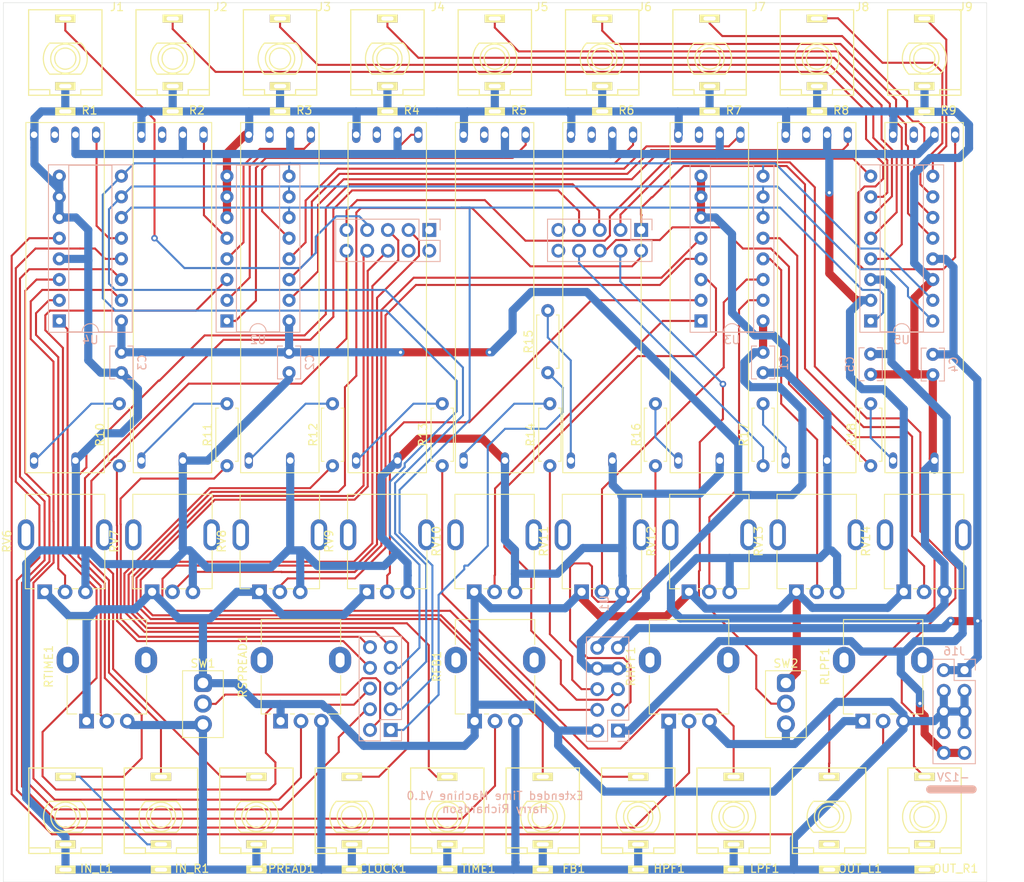
<source format=kicad_pcb>
(kicad_pcb (version 20240108) (generator "pcbnew") (generator_version "8.0")
  (layers (0 "F.Cu" signal) (31 "B.Cu" signal) (34 "B.Paste" user) (35 "F.Paste" user) (36 "B.SilkS" user "B.Silkscreen") (37 "F.SilkS" user "F.Silkscreen") (38 "B.Mask" user) (39 "F.Mask" user) (44 "Edge.Cuts" user))
  (net 0 "")
  (net 1 "+5V")
  (net 2 "GND")
  (net 3 "+12V")
  (net 4 "LevelCV0")
  (net 5 "LevelCV1")
  (net 6 "LevelCV2")
  (net 7 "LevelCV3")
  (net 8 "LevelCV4")
  (net 9 "LevelCV5")
  (net 10 "LevelCV6")
  (net 11 "LevelCV7")
  (net 12 "LevelCV8")
  (net 13 "Clock")
  (net 14 "SpreadCV")
  (net 15 "TimeCV")
  (net 16 "FeedbackCV")
  (net 17 "HighPassCV")
  (net 18 "LowPassCV")
  (net 19 "-12V")
  (net 20 "AudioInL")
  (net 21 "AudioInR")
  (net 22 "AudioOutL")
  (net 23 "Level0")
  (net 24 "+3V3")
  (net 25 "Level1")
  (net 26 "Level2")
  (net 27 "Level3")
  (net 28 "Level4")
  (net 29 "Level5")
  (net 30 "Level6")
  (net 31 "Level7")
  (net 32 "Level8")
  (net 33 "Net-(R1-PadB)")
  (net 34 "LED0")
  (net 35 "Net-(R11-Pad2)")
  (net 36 "LED1")
  (net 37 "Net-(R12-Pad2)")
  (net 38 "LED2")
  (net 39 "Net-(R13-Pad2)")
  (net 40 "LED3")
  (net 41 "Net-(R14-Pad2)")
  (net 42 "LED4")
  (net 43 "Net-(R15-Pad2)")
  (net 44 "LED5")
  (net 45 "Net-(R16-Pad2)")
  (net 46 "LED6")
  (net 47 "Net-(R17-Pad2)")
  (net 48 "LED7")
  (net 49 "Net-(R18-Pad2)")
  (net 50 "LED8")
  (net 51 "Pan0")
  (net 52 "Pan1")
  (net 53 "Pan2")
  (net 54 "Pan3")
  (net 55 "Pan4")
  (net 56 "Pan5")
  (net 57 "Pan6")
  (net 58 "Pan7")
  (net 59 "Pan8")
  (net 60 "Spread")
  (net 61 "Time")
  (net 62 "Feedback")
  (net 63 "HighPass")
  (net 64 "LowPass")
  (net 65 "MiscMux")
  (net 66 "MuxC")
  (net 67 "MuxB")
  (net 68 "MuxA")
  (net 69 "Net-(U1-Pad29)")
  (net 70 "Net-(U1-Pad21)")
  (net 71 "LevelCVMux")
  (net 72 "Net-(U1-Pad30)")
  (net 73 "AudioOutR")
  (net 74 "LevelMux")
  (net 75 "PanMux")
  (net 76 "Net-(OUT_L1-Pad2)")
  (net 77 "Net-(OUT_R1-Pad2)")
  (net 78 "Net-(U1-Pad16)")
  (net 79 "Net-(U1-Pad15)")
  (net 80 "SWITCH1")
  (net 81 "SWITCH2")
  (footprint "Thonkiconn:thonkiconn_fuzzySi" (layer "F.Cu") (at 7.5946 -101.092)
    (property "Reference" "J1")
    (property "Value" "fuzzySI_thonkiconn" (hide yes))
  )
  (footprint "Thonkiconn:thonkiconn_fuzzySi" (layer "F.Cu") (at 20.77085 -101.092)
    (property "Reference" "J2")
    (property "Value" "fuzzySI_thonkiconn" (hide yes))
  )
  (footprint "Thonkiconn:thonkiconn_fuzzySi" (layer "F.Cu") (at 33.9471 -101.092)
    (property "Reference" "J3")
    (property "Value" "fuzzySI_thonkiconn" (hide yes))
  )
  (footprint "Thonkiconn:thonkiconn_fuzzySi" (layer "F.Cu") (at 47.12335 -101.092)
    (property "Reference" "J4")
    (property "Value" "fuzzySI_thonkiconn" (hide yes))
  )
  (footprint "Thonkiconn:thonkiconn_fuzzySi" (layer "F.Cu") (at 60.2996 -101.092)
    (property "Reference" "J5")
    (property "Value" "fuzzySI_thonkiconn" (hide yes))
  )
  (footprint "Thonkiconn:thonkiconn_fuzzySi" (layer "F.Cu") (at 73.47585 -101.092)
    (property "Reference" "J6")
    (property "Value" "fuzzySI_thonkiconn" (hide yes))
  )
  (footprint "Thonkiconn:thonkiconn_fuzzySi" (layer "F.Cu") (at 86.6521 -101.092)
    (property "Reference" "J7")
    (property "Value" "fuzzySI_thonkiconn" (hide yes))
  )
  (footprint "Thonkiconn:thonkiconn_fuzzySi" (layer "F.Cu") (at 99.82835 -101.092)
    (property "Reference" "J8")
    (property "Value" "fuzzySI_thonkiconn" (hide yes))
  )
  (footprint "Thonkiconn:thonkiconn_fuzzySi" (layer "F.Cu") (at 113.0046 -101.092)
    (property "Reference" "J9")
    (property "Value" "fuzzySI_thonkiconn" (hide yes))
  )
  (footprint "Thonkiconn:thonkiconn_fuzzySi" (layer "F.Cu") (at 42.756666 -8.001)
    (property "Reference" "CLOCK1")
    (property "Value" "fuzzySI_thonkiconn" (hide yes))
  )
  (footprint "Thonkiconn:thonkiconn_fuzzySi" (layer "F.Cu") (at 31.044444 -8.001)
    (property "Reference" "SPREAD1")
    (property "Value" "fuzzySI_thonkiconn" (hide yes))
  )
  (footprint "Thonkiconn:thonkiconn_fuzzySi" (layer "F.Cu") (at 54.468888 -8.001)
    (property "Reference" "TIME1")
    (property "Value" "fuzzySI_thonkiconn" (hide yes))
  )
  (footprint "Thonkiconn:thonkiconn_fuzzySi" (layer "F.Cu") (at 66.18111 -8.001)
    (property "Reference" "FB1")
    (property "Value" "fuzzySI_thonkiconn" (hide yes))
  )
  (footprint "Thonkiconn:thonkiconn_fuzzySi" (layer "F.Cu") (at 77.893332 -8.001)
    (property "Reference" "HPF1")
    (property "Value" "fuzzySI_thonkiconn" (hide yes))
  )
  (footprint "Thonkiconn:thonkiconn_fuzzySi" (layer "F.Cu") (at 89.605554 -8.001)
    (property "Reference" "LPF1")
    (property "Value" "fuzzySI_thonkiconn" (hide yes))
  )
  (footprint "Thonkiconn:thonkiconn_fuzzySi" (layer "F.Cu") (at 7.62 -8.001)
    (property "Reference" "IN_L1")
    (property "Value" "fuzzySI_thonkiconn" (hide yes))
  )
  (footprint "Thonkiconn:thonkiconn_fuzzySi" (layer "F.Cu") (at 19.332222 -8.001)
    (property "Reference" "IN_R1")
    (property "Value" "fuzzySI_thonkiconn" (hide yes))
  )
  (footprint "Thonkiconn:thonkiconn_fuzzySi" (layer "F.Cu") (at 101.317776 -8.001)
    (property "Reference" "OUT_L1")
    (property "Value" "fuzzySI_thonkiconn" (hide yes))
  )
  (footprint "Thonkiconn:thonkiconn_fuzzySi" (layer "F.Cu") (at 113.03 -8.001)
    (property "Reference" "OUT_R1")
    (property "Value" "fuzzySI_thonkiconn" (hide yes))
  )
  (footprint "Resistor_THT:R_Axial_DIN0207_L6.3mm_D2.5mm_P7.62mm_Horizontal" (layer "F.Cu") (at 14.224 -51.1048 90)
    (property "Reference" "R10")
    (property "Value" "1K")
  )
  (footprint "Resistor_THT:R_Axial_DIN0207_L6.3mm_D2.5mm_P7.62mm_Horizontal" (layer "F.Cu") (at 27.432 -51.1048 90)
    (property "Reference" "R11")
    (property "Value" "1K")
  )
  (footprint "Resistor_THT:R_Axial_DIN0207_L6.3mm_D2.5mm_P7.62mm_Horizontal" (layer "F.Cu") (at 40.386 -51.1048 90)
    (property "Reference" "R12")
    (property "Value" "1K")
  )
  (footprint "Resistor_THT:R_Axial_DIN0207_L6.3mm_D2.5mm_P7.62mm_Horizontal" (layer "F.Cu") (at 53.848 -51.1048 90)
    (property "Reference" "R13")
    (property "Value" "1K")
  )
  (footprint "Resistor_THT:R_Axial_DIN0207_L6.3mm_D2.5mm_P7.62mm_Horizontal" (layer "F.Cu") (at 67.056 -51.1048 90)
    (property "Reference" "R14")
    (property "Value" "1K")
  )
  (footprint "Resistor_THT:R_Axial_DIN0207_L6.3mm_D2.5mm_P7.62mm_Horizontal" (layer "F.Cu") (at 66.802 -62.5348 90)
    (property "Reference" "R15")
    (property "Value" "1K")
  )
  (footprint "Resistor_THT:R_Axial_DIN0207_L6.3mm_D2.5mm_P7.62mm_Horizontal" (layer "F.Cu") (at 80.01 -51.1048 90)
    (property "Reference" "R16")
    (property "Value" "1K")
  )
  (footprint "Resistor_THT:R_Axial_DIN0207_L6.3mm_D2.5mm_P7.62mm_Horizontal" (layer "F.Cu") (at 93.218 -51.1048 90)
    (property "Reference" "R17")
    (property "Value" "1K")
  )
  (footprint "Resistor_THT:R_Axial_DIN0207_L6.3mm_D2.5mm_P7.62mm_Horizontal" (layer "F.Cu") (at 106.426 -51.1048 90)
    (property "Reference" "R18")
    (property "Value" "1K")
  )
  (footprint "BournesPTL:PTL45" (layer "F.Cu") (at 20.74545 -91.7448)
    (property "Reference" "R2")
    (property "Value" "10K")
  )
  (footprint "BournesPTL:PTL45" (layer "F.Cu") (at 33.9217 -91.7448)
    (property "Reference" "R3")
    (property "Value" "10K")
  )
  (footprint "BournesPTL:PTL45" (layer "F.Cu") (at 47.09795 -91.7448)
    (property "Reference" "R4")
    (property "Value" "10K")
  )
  (footprint "BournesPTL:PTL45" (layer "F.Cu") (at 60.2742 -91.7448)
    (property "Reference" "R5")
    (property "Value" "10K")
  )
  (footprint "BournesPTL:PTL45" (layer "F.Cu") (at 99.80295 -91.7448)
    (property "Reference" "R8")
    (property "Value" "10K")
  )
  (footprint "BournesPTL:PTL45" (layer "F.Cu") (at 112.9792 -91.7448)
    (property "Reference" "R9")
    (property "Value" "10K")
  )
  (footprint "Harry:Potentiometer_Alpha_RD901F-40-00D_Single_Vertical" (layer "F.Cu") (at 12.7 -27.2542 90)
    (property "Reference" "RTIME1")
    (property "Value" "10K")
  )
  (footprint "Harry:Potentiometer_Alpha_RD901F-40-00D_Single_Vertical" (layer "F.Cu") (at 60.325 -27.2542 90)
    (property "Reference" "RFB1")
    (property "Value" "10K")
  )
  (footprint "Harry:Potentiometer_Alpha_RD901F-40-00D_Single_Vertical" (layer "F.Cu") (at 84.1375 -27.2542 90)
    (property "Reference" "RHPF1")
    (property "Value" "10K")
  )
  (footprint "Harry:Potentiometer_Alpha_RD901F-40-00D_Single_Vertical" (layer "F.Cu") (at 107.95 -27.2542 90)
    (property "Reference" "RLPF1")
    (property "Value" "10K")
  )
  (footprint "Harry:SongHuei_tall_trimmer" (layer "F.Cu") (at 7.5692 -42.6278 90)
    (property "Reference" "RV6")
    (property "Value" "10K")
  )
  (footprint "Harry:SongHuei_tall_trimmer" (layer "F.Cu") (at 33.9217 -42.6278 90)
    (property "Reference" "RV8")
    (property "Value" "10K")
  )
  (footprint "Harry:SongHuei_tall_trimmer" (layer "F.Cu") (at 47.09795 -42.6278 90)
    (property "Reference" "RV9")
    (property "Value" "10K")
  )
  (footprint "Harry:SongHuei_tall_trimmer" (layer "F.Cu") (at 60.2742 -42.6278 90)
    (property "Reference" "RV10")
    (property "Value" "10K")
  )
  (footprint "Harry:SongHuei_tall_trimmer" (layer "F.Cu") (at 73.45045 -42.6278 90)
    (property "Reference" "RV11")
    (property "Value" "10K")
  )
  (footprint "Harry:SongHuei_tall_trimmer" (layer "F.Cu") (at 86.6267 -42.6278 90)
    (property "Reference" "RV12")
    (property "Value" "10K")
  )
  (footprint "Harry:SongHuei_tall_trimmer" (layer "F.Cu") (at 99.80295 -42.6278 90)
    (property "Reference" "RV13")
    (property "Value" "10K")
  )
  (footprint "Harry:SongHuei_tall_trimmer" (layer "F.Cu") (at 112.9792 -42.6278 90)
    (property "Reference" "RV14")
    (property "Value" "10K")
  )
  (footprint "Harry:Potentiometer_Alpha_RD901F-40-00D_Single_Vertical" (layer "F.Cu") (at 36.5125 -27.2542 90)
    (property "Reference" "RSPREAD1")
    (property "Value" "10K")
  )
  (footprint "BournesPTL:PTL45" (layer "F.Cu") (at 7.5692 -91.7448)
    (property "Reference" "R1")
    (property "Value" "10K")
  )
  (footprint "Harry:SALECOM_ES4-2_SPDT" (layer "F.Cu") (at 24.4856 -24.4348)
    (property "Reference" "SW1")
    (property "Value" "SW_SPDT")
  )
  (footprint "Harry:SALECOM_ES4-2_SPDT" (layer "F.Cu") (at 96.01899 -24.4348)
    (property "Reference" "SW2")
    (property "Value" "SW_SPDT")
  )
  (footprint "Harry:SongHuei_tall_trimmer" (layer "F.Cu") (at 20.74545 -42.6278 90)
    (property "Reference" "RV7")
    (property "Value" "10K")
  )
  (footprint "BournesPTL:PTL45" (layer "F.Cu") (at 86.6267 -91.7448)
    (property "Reference" "R7")
    (property "Value" "10K")
  )
  (footprint "BournesPTL:PTL45" (layer "F.Cu") (at 73.45045 -91.7448)
    (property "Reference" "R6")
    (property "Value" "10K")
  )
  (footprint "Capacitor_THT:C_Disc_D3.8mm_W2.6mm_P2.50mm" (layer "B.Cu") (at 93.218 -62.5348 90)
    (property "Reference" "C1")
    (property "Value" "100n")
  )
  (footprint "Capacitor_THT:C_Disc_D3.8mm_W2.6mm_P2.50mm" (layer "B.Cu") (at 35.052 -62.5348 90)
    (property "Reference" "C2")
    (property "Value" "100n")
  )
  (footprint "Capacitor_THT:C_Disc_D3.8mm_W2.6mm_P2.50mm" (layer "B.Cu") (at 14.478 -62.5348 90)
    (property "Reference" "C3")
    (property "Value" "100n")
  )
  (footprint "Package_DIP:DIP-16_W7.62mm_Socket" (layer "B.Cu") (at 85.598 -68.8848)
    (property "Reference" "U3")
    (property "Value" "4051")
  )
  (footprint "Package_DIP:DIP-16_W7.62mm_Socket" (layer "B.Cu") (at 6.858 -68.8848)
    (property "Reference" "U4")
    (property "Value" "4051")
  )
  (footprint "Package_DIP:DIP-16_W7.62mm_Socket" (layer "B.Cu") (at 106.426 -68.8848)
    (property "Reference" "U5")
    (property "Value" "DG408")
  )
  (footprint "Package_DIP:DIP-16_W7.62mm_Socket" (layer "B.Cu") (at 27.432 -68.8848)
    (property "Reference" "U2")
    (property "Value" "4051")
  )
  (footprint "Capacitor_THT:C_Disc_D3.8mm_W2.6mm_P2.50mm" (layer "B.Cu") (at 106.426 -64.8208 -90)
    (property "Reference" "C5")
    (property "Value" "100n")
  )
  (footprint "Capacitor_THT:C_Disc_D3.8mm_W2.6mm_P2.50mm" (layer "B.Cu") (at 114.046 -62.2808 90)
    (property "Reference" "C4")
    (property "Value" "100n")
  )
  (footprint "Connector_PinHeader_2.54mm:PinHeader_2x05_P2.54mm_Vertical" (layer "B.Cu") (at 117.935424 -26.011977 180)
    (property "Reference" "J16")
    (property "Value" "Conn_02x05_Odd_Even")
  )
  (footprint "Daisy:DaisySubmodule" (layer "B.Cu") (at 75.438 -18.6934 90)
    (property "Reference" "U1")
    (property "Value" "DaisySubmodule")
  )
  (gr_line (start 113.722153 -11.372188) (end 118.929153 -11.372188) (stroke (width 1)) (layer "B.SilkS"))
  (gr_line (start 120.65 0) (end 120.65 -107.95) (stroke (width 0.05)) (layer "Edge.Cuts"))
  (gr_line (start 0 0) (end 120.65 0) (stroke (width 0.05)) (layer "Edge.Cuts"))
  (gr_line (start 0 -107.95) (end 0 0) (stroke (width 0.05)) (layer "Edge.Cuts"))
  (gr_line (start 120.65 -107.95) (end 0 -107.95) (stroke (width 0.05)) (layer "Edge.Cuts"))
  (gr_text "-12V" (at 116.561873 -12.860628 0) (layer "B.SilkS") (effects (font (size 1 1)) (justify mirror)))
  (gr_text "Extended Time Machine V1.0\nHarry Richardson" (at 60.325 -9.779 0) (layer "B.SilkS") (effects (font (size 1 1)) (justify mirror)))
  (segment (start 48.728 -65.0348) (end 59.65 -65.0348) (width 1) (layer "F.Cu") (net 1))
  (segment (start 93.218 -68.8848) (end 93.218 -65.0348) (width 1) (layer "F.Cu") (net 1))
  (via (at 59.65 -65.0348) (size 0.8) (drill 0.4) (layers "F.Cu" "B.Cu") (net 1))
  (via (at 48.728 -65.0348) (size 0.8) (drill 0.4) (layers "F.Cu" "B.Cu") (net 1))
  (segment (start 90.3224 -47.5234) (end 90.3478 -47.498) (width 1) (layer "B.Cu") (net 1))
  (segment (start 90.2208 -53.7718) (end 90.17 -53.721) (width 1) (layer "B.Cu") (net 1))
  (segment (start 71.5772 -72.4408) (end 90.17 -53.848) (width 1) (layer "B.Cu") (net 1))
  (segment (start 72.87 -28.928) (end 78.8416 -34.8996) (width 1) (layer "B.Cu") (net 1))
  (segment (start 96.774 -47.498) (end 98.044 -48.768) (width 1) (layer "B.Cu") (net 1))
  (segment (start 98.044 -56.2356) (end 98.044 -57.9628) (width 1) (layer "B.Cu") (net 1))
  (segment (start 98.044 -48.768) (end 98.044 -56.388) (width 1) (layer "B.Cu") (net 1))
  (segment (start 90.6018 -47.498) (end 91.694 -47.498) (width 1) (layer "B.Cu") (net 1))
  (segment (start 91.694 -60.7568) (end 90.932 -61.5188) (width 1) (layer "B.Cu") (net 1))
  (segment (start 62.484 -67.6148) (end 62.484 -70.1548) (width 1) (layer "B.Cu") (net 1))
  (segment (start 14.478 -65.0348) (end 35.052 -65.0348) (width 1) (layer "B.Cu") (net 1))
  (segment (start 59.904 -65.0348) (end 62.484 -67.6148) (width 1) (layer "B.Cu") (net 1))
  (segment (start 92.162 -65.0348) (end 93.218 -65.0348) (width 1) (layer "B.Cu") (net 1))
  (segment (start 78.8416 -34.8996) (end 78.8416 -35.703239) (width 1) (layer "B.Cu") (net 1))
  (segment (start 64.77 -72.4408) (end 71.5772 -72.4408) (width 1) (layer "B.Cu") (net 1))
  (segment (start 35.052 -65.0348) (end 48.728 -65.0348) (width 1) (layer "B.Cu") (net 1))
  (segment (start 72.87 -28.7548) (end 72.87 -28.928) (width 1) (layer "B.Cu") (net 1))
  (segment (start 90.932 -63.8048) (end 92.162 -65.0348) (width 1) (layer "B.Cu") (net 1))
  (segment (start 14.478 -68.8848) (end 14.478 -65.0348) (width 1) (layer "B.Cu") (net 1))
  (segment (start 62.484 -70.1548) (end 64.77 -72.4408) (width 1) (layer "B.Cu") (net 1))
  (segment (start 90.932 -61.5188) (end 90.932 -63.8048) (width 1) (layer "B.Cu") (net 1))
  (segment (start 98.044 -57.9628) (end 95.25 -60.7568) (width 1) (layer "B.Cu") (net 1))
  (segment (start 35.052 -68.8848) (end 35.052 -65.0348) (width 1) (layer "B.Cu") (net 1))
  (segment (start 59.65 -65.0348) (end 59.904 -65.0348) (width 1) (layer "B.Cu") (net 1))
  (segment (start 78.8416 -35.703239) (end 90.3224 -47.184039) (width 1) (layer "B.Cu") (net 1))
  (segment (start 90.3224 -47.184039) (end 90.3224 -47.5234) (width 1) (layer "B.Cu") (net 1))
  (segment (start 90.3478 -47.498) (end 91.694 -47.498) (width 1) (layer "B.Cu") (net 1))
  (segment (start 95.25 -60.7568) (end 91.694 -60.7568) (width 1) (layer "B.Cu") (net 1))
  (segment (start 91.694 -47.498) (end 96.774 -47.498) (width 1) (layer "B.Cu") (net 1))
  (segment (start 90.17 -53.721) (end 90.17 -47.9298) (width 1) (layer "B.Cu") (net 1))
  (segment (start 48.36795 -51.7448) (end 48.36795 -51.84775) (width 1) (layer "F.Cu") (net 2))
  (segment (start 48.36795 -51.84775) (end 50.9524 -54.4322) (width 1) (layer "F.Cu") (net 2))
  (segment (start 50.9524 -54.4322) (end 58.7756 -54.4322) (width 1) (layer "F.Cu") (net 2))
  (segment (start 58.7756 -54.4322) (end 61.463 -51.7448) (width 1) (layer "F.Cu") (net 2))
  (segment (start 61.463 -51.7448) (end 61.5442 -51.7448) (width 1) (layer "F.Cu") (net 2))
  (segment (start 112.228 -62.3208) (end 111.7854 -62.7634) (width 1) (layer "F.Cu") (net 2))
  (segment (start 111.7854 -62.7634) (end 111.7854 -71.7042) (width 1) (layer "F.Cu") (net 2))
  (segment (start 111.7854 -71.7042) (end 114.046 -73.9648) (width 1) (layer "F.Cu") (net 2))
  (segment (start 114.046 -62.2808) (end 114.046 -51.948) (width 1) (layer "F.Cu") (net 2))
  (segment (start 114.046 -51.948) (end 114.2492 -51.7448) (width 1) (layer "F.Cu") (net 2))
  (segment (start 27.432 -85.09) (end 27.432 -89.4842) (width 1) (layer "F.Cu") (net 2))
  (segment (start 29.6926 -91.7448) (end 30.1117 -91.7448) (width 1) (layer "F.Cu") (net 2))
  (segment (start 27.432 -89.4842) (end 29.6926 -91.7448) (width 1) (layer "F.Cu") (net 2))
  (segment (start 112.228 -62.3208) (end 114.006 -62.3208) (width 1) (layer "F.Cu") (net 2))
  (segment (start 106.426 -62.3208) (end 112.228 -62.3208) (width 1) (layer "F.Cu") (net 2))
  (segment (start 85.598 -86.6648) (end 85.598 -81.5848) (width 1) (layer "F.Cu") (net 2))
  (segment (start 27.432 -86.6648) (end 27.432 -81.5848) (width 1) (layer "F.Cu") (net 2))
  (segment (start 30.1274 -94.612) (end 17.4214 -94.612) (width 1) (layer "B.Cu") (net 2))
  (segment (start 69.2882 -94.612) (end 56.9184 -94.612) (width 1) (layer "B.Cu") (net 2))
  (segment (start 89.1267 -39.7538) (end 89.1267 -36.506) (width 1) (layer "B.Cu") (net 2))
  (segment (start 69.69125 -91.7956) (end 69.69125 -94.20895) (width 1) (layer "B.Cu") (net 2))
  (segment (start 87.376 -81.5848) (end 89.408 -79.5528) (width 1) (layer "B.Cu") (net 2))
  (segment (start 86.63814 -19.27098) (end 86.63814 -19.75358) (width 1) (layer "B.Cu") (net 2))
  (segment (start 62.53035 -41.00005) (end 62.7742 -40.7562) (width 1) (layer "B.Cu") (net 2))
  (segment (start 114.217027 -19.75358) (end 115.395424 -20.931977) (width 1) (layer "B.Cu") (net 2))
  (segment (start 96.012 -62.5348) (end 94.488 -62.5348) (width 1) (layer "B.Cu") (net 2))
  (segment (start 8.89 -40.7162) (end 10.4394 -40.7162) (width 1) (layer "B.Cu") (net 2))
  (segment (start 47.12335 -94.612) (end 47.12335 -97.712) (width 1) (layer "B.Cu") (net 2))
  (segment (start 75.41 -26.2148) (end 72.87 -26.2148) (width 1) (layer "B.Cu") (net 2))
  (segment (start 39.01314 -1.52434) (end 39.01648 -1.521) (width 1) (layer "B.Cu") (net 2))
  (segment (start 33.9471 -97.712) (end 33.9725 -97.6866) (width 1) (layer "B.Cu") (net 2))
  (segment (start 88.96732 -16.9418) (end 86.63814 -19.27098) (width 1) (layer "B.Cu") (net 2))
  (segment (start 117.2972 -88.9) (end 113.7158 -88.9) (width 1) (layer "B.Cu") (net 2))
  (segment (start 95.7326 -16.9418) (end 88.96732 -16.9418) (width 1) (layer "B.Cu") (net 2))
  (segment (start 30.1625 -94.5769) (end 30.1274 -94.612) (width 1) (layer "B.Cu") (net 2))
  (segment (start 87.8967 -50.1192) (end 85.4533 -47.6758) (width 1) (layer "B.Cu") (net 2))
  (segment (start 24.4856 -1.5942) (end 24.4124 -1.521) (width 1) (layer "B.Cu") (net 2))
  (segment (start 56.4642 -91.7448) (end 56.515 -91.7956) (width 1) (layer "B.Cu") (net 2))
  (segment (start 76.00125 -37.577) (end 75.95045 -37.6278) (width 1) (layer "B.Cu") (net 2))
  (segment (start 75.95045 -41.00005) (end 71.114764 -41.00005) (width 1) (layer "B.Cu") (net 2))
  (segment (start 111.76 -75.9968) (end 113.792 -73.9648) (width 1) (layer "B.Cu") (net 2))
  (segment (start 113.086795 -50.582395) (end 113.086795 -41.429485) (width 1) (layer "B.Cu") (net 2))
  (segment (start 85.071883 -39.772983) (end 81.915 -36.6161) (width 1) (layer "B.Cu") (net 2))
  (segment (start 97.0056 -1.521) (end 113.03 -1.521) (width 1) (layer "B.Cu") (net 2))
  (segment (start 62.60292 -1.521) (end 89.67932 -1.521) (width 1) (layer "B.Cu") (net 2))
  (segment (start 7.62 -5.51) (end 7.62 -1.521) (width 1) (layer "B.Cu") (net 2))
  (segment (start 30.1117 -91.7448) (end 30.1625 -91.7956) (width 1) (layer "B.Cu") (net 2))
  (segment (start 10.4394 -40.7162) (end 10.0692 -40.346) (width 1) (layer "B.Cu") (net 2))
  (segment (start 2.794 -39.0652) (end 2.794 -10.336) (width 1) (layer "B.Cu") (net 2))
  (segment (start 115.395424 -20.931977) (end 117.935424 -20.931977) (width 1) (layer "B.Cu") (net 2))
  (segment (start 76.1111 -47.6758) (end 75.83805 -47.40275) (width 1) (layer "B.Cu") (net 2))
  (segment (start 89.605554 -4.621) (end 89.605554 -1.521) (width 1) (layer "B.Cu") (net 2))
  (segment (start 85.598 -81.5848) (end 87.376 -81.5848) (width 1) (layer "B.Cu") (net 2))
  (segment (start 17.4214 -94.612) (end 7.5946 -94.612) (width 1) (layer "B.Cu") (net 2))
  (segment (start 30.1625 -91.7956) (end 30.1625 -94.5769) (width 1) (layer "B.Cu") (net 2))
  (segment (start 113.03 -97.6866) (end 113.0046 -97.712) (width 1) (layer "B.Cu") (net 2))
  (segment (start 109.471 -94.612) (end 99.82835 -94.612) (width 1) (layer "B.Cu") (net 2))
  (segment (start 89.67932 -1.521) (end 97.0056 -1.521) (width 1) (layer "B.Cu") (net 2))
  (segment (start 24.961498 -38.614702) (end 32.823502 -38.614702) (width 1) (layer "B.Cu") (net 2))
  (segment (start 16.93545 -94.12605) (end 17.4214 -94.612) (width 1) (layer "B.Cu") (net 2))
  (segment (start 38.556914 -38.811486) (end 46.710886 -38.811486) (width 1) (layer "B.Cu") (net 2))
  (segment (start 22.86 -40.7162) (end 24.961498 -38.614702) (width 1) (layer "B.Cu") (net 2))
  (segment (start 77.893332 -4.621) (end 77.893332 -1.521) (width 1) (layer "B.Cu") (net 2))
  (segment (start 7.5946 -94.612) (end 7.5946 -97.712) (width 1) (layer "B.Cu") (net 2))
  (segment (start 113.0046 -94.612) (end 113.0524 -94.5642) (width 1) (layer "B.Cu") (net 2))
  (segment (start 43.33875 -91.7956) (end 43.33875 -94.55185) (width 1) (layer "B.Cu") (net 2))
  (segment (start 70.866 -27.178) (end 70.866 -29.464) (width 1) (layer "B.Cu") (net 2))
  (segment (start 10.414 -64.0588) (end 10.414 -76.3143) (width 1) (layer "B.Cu") (net 2))
  (segment (start 81.915 -33.527182) (end 83.076615 -32.365567) (width 1) (layer "B.Cu") (net 2))
  (segment (start 62.817539 -37.85668) (end 62.7742 -37.813341) (width 1) (layer "B.Cu") (net 2))
  (segment (start 99.85375 -97.6866) (end 99.85375 -94.6374) (width 1) (layer "B.Cu") (net 2))
  (segment (start 35.1917 -51.7448) (end 35.2425 -51.694) (width 1) (layer "B.Cu") (net 2))
  (segment (start 48.36795 -51.7448) (end 48.41875 -51.694) (width 1) (layer "B.Cu") (net 2))
  (segment (start 75.95045 -47.29035) (end 75.83805 -47.40275) (width 1) (layer "B.Cu") (net 2))
  (segment (start 24.8382 -1.521) (end 39.01648 -1.521) (width 1) (layer "B.Cu") (net 2))
  (segment (start 97.0056 -1.521) (end 97.0056 -5.337) (width 1) (layer "B.Cu") (net 2))
  (segment (start 60.2996 -97.712) (end 60.325 -97.6866) (width 1) (layer "B.Cu") (net 2))
  (segment (start 71.114764 -41.00005) (end 67.971394 -37.85668) (width 1) (layer "B.Cu") (net 2))
  (segment (start 8.8392 -51.7448) (end 12.187 -55.0926) (width 1) (layer "B.Cu") (net 2))
  (segment (start 113.086795 -41.429485) (end 115.4792 -39.03708) (width 1) (layer "B.Cu") (net 2))
  (segment (start 72.87 -26.2148) (end 71.8292 -26.2148) (width 1) (layer "B.Cu") (net 2))
  (segment (start 7.62 -1.521) (end 19.332222 -1.521) (width 1) (layer "B.Cu") (net 2))
  (segment (start 22.86 -40.7162) (end 23.24545 -40.33075) (width 1) (layer "B.Cu") (net 2))
  (segment (start 96.04375 -91.7956) (end 96.04375 -94.41215) (width 1) (layer "B.Cu") (net 2))
  (segment (start 89.605554 -1.521) (end 89.67932 -1.521) (width 1) (layer "B.Cu") (net 2))
  (segment (start 54.468888 -4.621) (end 54.468888 -1.521) (width 1) (layer "B.Cu") (net 2))
  (segment (start 36.6522 -40.7162) (end 38.556914 -38.811486) (width 1) (layer "B.Cu") (net 2))
  (segment (start 116.8908 -94.5642) (end 118.491 -92.964) (width 1) (layer "B.Cu") (net 2))
  (segment (start 32.823502 -38.614702) (end 34.925 -40.7162) (width 1) (layer "B.Cu") (net 2))
  (segment (start 15.68324 -19.27098) (end 24.40178 -19.27098) (width 1) (layer "B.Cu") (net 2))
  (segment (start 3.81 -90.17) (end 3.81 -93.7514) (width 1) (layer "B.Cu") (net 2))
  (segment (start 43.2786 -94.612) (end 30.1274 -94.612) (width 1) (layer "B.Cu") (net 2))
  (segment (start 89.408 -79.5528) (end 89.408 -69.9008) (width 1) (layer "B.Cu") (net 2))
  (segment (start 96.01899 -19.3548) (end 96.01899 -17.22819) (width 1) (layer "B.Cu") (net 2))
  (segment (start 113.0046 -94.612) (end 109.471 -94.612) (width 1) (layer "B.Cu") (net 2))
  (segment (start 61.5442 -41.9862) (end 61.5442 -51.7448) (width 1) (layer "B.Cu") (net 2))
  (segment (start 110.45064 -18.78204) (end 110.45064 -19.75358) (width 1) (layer "B.Cu") (net 2))
  (segment (start 82.8167 -91.7448) (end 82.8675 -91.7956) (width 1) (layer "B.Cu") (net 2))
  (segment (start 76.00125 -34.59925) (end 76.00125 -37.577) (width 1) (layer "B.Cu") (net 2))
  (segment (start 94.488 -62.5348) (end 93.218 -62.5348) (width 1) (layer "B.Cu") (net 2))
  (segment (start 97.0056 -5.337) (end 110.45064 -18.78204) (width 1) (layer "B.Cu") (net 2))
  (segment (start 109.22 -91.7956) (end 109.22 -94.361) (width 1) (layer "B.Cu") (net 2))
  (segment (start 110.45064 -19.75358) (end 114.217027 -19.75358) (width 1) (layer "B.Cu") (net 2))
  (segment (start 69.69125 -94.20895) (end 69.2882 -94.612) (width 1) (layer "B.Cu") (net 2))
  (segment (start 15.20064 -19.75358) (end 15.68324 -19.27098) (width 1) (layer "B.Cu") (net 2))
  (segment (start 85.4533 -47.6758) (end 76.1111 -47.6758) (width 1) (layer "B.Cu") (net 2))
  (segment (start 62.53035 -41.00005) (end 61.5442 -41.9862) (width 1) (layer "B.Cu") (net 2))
  (segment (start 86.6521 -97.712) (end 86.6775 -97.6866) (width 1) (layer "B.Cu") (net 2))
  (segment (start 49.59795 -38.26065) (end 49.59795 -37.6278) (width 1) (layer "B.Cu") (net 2))
  (segment (start 89.408 -69.9008) (end 92.202 -67.1068) (width 1) (layer "B.Cu") (net 2))
  (segment (start 36.6522 -40.7162) (end 36.4217 -40.4857) (width 1) (layer "B.Cu") (net 2))
  (segment (start 62.7742 -40.7562) (end 62.7742 -37.813341) (width 1) (layer "B.Cu") (net 2))
  (segment (start 10.4394 -40.7162) (end 12.127651 -39.027949) (width 1) (layer "B.Cu") (net 2))
  (segment (start 70.866 -29.464) (end 76.00125 -34.59925) (width 1) (layer "B.Cu") (net 2))
  (segment (start 14.478 -55.0926) (end 16.51 -57.1246) (width 1) (layer "B.Cu") (net 2))
  (segment (start 96.01899 -17.22819) (end 95.7326 -16.9418) (width 1) (layer "B.Cu") (net 2))
  (segment (start 8.89 -40.7162) (end 4.445 -40.7162) (width 1) (layer "B.Cu") (net 2))
  (segment (start 101.12375 -40.69715) (end 100.199583 -39.772983) (width 1) (layer "B.Cu") (net 2))
  (segment (start 115.4792 -39.03708) (end 115.4792 -35.6278) (width 1) (layer "B.Cu") (net 2))
  (segment (start 6.858 -76.5048) (end 10.2235 -76.5048) (width 1) (layer "B.Cu") (net 2))
  (segment (start 35.2425 -62.3443) (end 35.052 -62.5348) (width 1) (layer "B.Cu") (net 2))
  (segment (start 108.92664 -22.11196) (end 102.24896 -22.11196) (width 1) (layer "B.Cu") (net 2))
  (segment (start 49.59795 -37.62731) (end 49.59795 -35.6278) (width 1) (layer "B.Cu") (net 2))
  (segment (start 20.77085 -94.612) (end 20.77085 -97.712) (width 1) (layer "B.Cu") (net 2))
  (segment (start 22.2758 -40.7162) (end 22.86 -40.7162) (width 1) (layer "B.Cu") (net 2))
  (segment (start 110.45064 -20.58796) (end 108.92664 -22.11196) (width 1) (layer "B.Cu") (net 2))
  (segment (start 115.4792 -34.059073) (end 115.4792 -35.6278) (width 1) (layer "B.Cu") (net 2))
  (segment (start 102.24896 -22.11196) (end 97.0788 -16.9418) (width 1) (layer "B.Cu") (net 2))
  (segment (start 22.01545 -40.97655) (end 22.2758 -40.7162) (width 1) (layer "B.Cu") (net 2))
  (segment (start 12.187 -55.0926) (end 14.478 -55.0926) (width 1) (layer "B.Cu") (net 2))
  (segment (start 62.82564 -2.44636) (end 62.862 -2.41) (width 1) (layer "B.Cu") (net 2))
  (segment (start 49.59795 -39.14965) (end 49.59795 -37.6278) (width 1) (layer "B.Cu") (net 2))
  (segment (start 16.51 -57.1246) (end 16.51 -60.5028) (width 1) (layer "B.Cu") (net 2))
  (segment (start 8.89 -51.694) (end 8.89 -40.7162) (width 1) (layer "B.Cu") (net 2))
  (segment (start 42.756666 -4.621) (end 42.756666 -1.521) (width 1) (layer "B.Cu") (net 2))
  (segment (start 43.33875 -94.55185) (end 43.2786 -94.612) (width 1) (layer "B.Cu") (net 2))
  (segment (start 62.7742 -37.813341) (end 62.7742 -35.6278) (width 1) (layer "B.Cu") (net 2))
  (segment (start 114.2492 -51.7448) (end 113.086795 -50.582395) (width 1) (layer "B.Cu") (net 2))
  (segment (start 75.83805 -47.68215) (end 74.77125 -48.74895) (width 1) (layer "B.Cu") (net 2))
  (segment (start 16.93545 -91.7448) (end 16.93545 -94.12605) (width 1) (layer "B.Cu") (net 2))
  (segment (start 11.938 -62.5348) (end 10.414 -64.0588) (width 1) (layer "B.Cu") (net 2))
  (segment (start 114.2492 -50.6272) (end 114.2492 -51.7448) (width 1) (layer "B.Cu") (net 2))
  (segment (start 60.2996 -94.612) (end 60.2996 -97.712) (width 1) (layer "B.Cu") (net 2))
  (segment (start 109.1692 -91.7448) (end 109.22 -91.7956) (width 1) (layer "B.Cu") (net 2))
  (segment (start 75.41 -26.2148) (end 75.9988 -26.2148) (width 1) (layer "B.Cu") (net 2))
  (segment (start 115.395424 -23.471977) (end 115.395424 -18.391977) (width 1) (layer "B.Cu") (net 2))
  (segment (start 24.4124 -1.521) (end 24.8382 -1.521) (width 1) (layer "B.Cu") (net 2))
  (segment (start 49.597705 -37.627555) (end 49.59795 -37.62731) (width 1) (layer "B.Cu") (net 2))
  (segment (start 113.0046 -94.612) (end 113.03 -94.6374) (width 1) (layer "B.Cu") (net 2))
  (segment (start 10.414 -80.0608) (end 8.89 -81.5848) (width 1) (layer "B.Cu") (net 2))
  (segment (start 82.8675 -94.5007) (end 82.7562 -94.612) (width 1) (layer "B.Cu") (net 2))
  (segment (start 31.044444 -4.621) (end 31.044444 -1.521) (width 1) (layer "B.Cu") (net 2))
  (segment (start 33.9471 -94.612) (end 33.9471 -97.712) (width 1) (layer "B.Cu") (net 2))
  (segment (start 62.82564 -1.74372) (end 62.60292 -1.521) (width 1) (layer "B.Cu") (net 2))
  (segment (start 23.24545 -40.33075) (end 23.24545 -35.6278) (width 1) (layer "B.Cu") (net 2))
  (segment (start 69.64045 -91.7448) (end 69.69125 -91.7956) (width 1) (layer "B.Cu") (net 2))
  (segment (start 102.300772 -40.040828) (end 102.300772 -37.985226) (width 1) (layer "B.Cu") (net 2))
  (segment (start 34.925 -40.7162) (end 36.6522 -40.7162) (width 1) (layer "B.Cu") (net 2))
  (segment (start 14.478 -62.5348) (end 11.938 -62.5348) (width 1) (layer "B.Cu") (net 2))
  (segment (start 75.95045 -41.00005) (end 75.95045 -47.29035) (width 1) (layer "B.Cu") (net 2))
  (segment (start 62.82564 -19.27098) (end 62.82564 -2.44636) (width 1) (layer "B.Cu") (net 2))
  (segment (start 48.36795 -51.7448) (end 46.38441 -49.76126) (width 1) (layer "B.Cu") (net 2))
  (segment (start 118.491 -92.964) (end 118.491 -90.0938) (width 1) (layer "B.Cu") (net 2))
  (segment (start 96.012 -65.5828) (end 96.012 -62.7888) (width 1) (layer "B.Cu") (net 2))
  (segment (start 101.64445 -40.69715) (end 102.300772 -40.040828) (width 1) (layer "B.Cu") (net 2))
  (segment (start 43.28795 -91.7448) (end 43.33875 -91.7956) (width 1) (layer "B.Cu") (net 2))
  (segment (start 101.12375 -40.69715) (end 101.12375 -57.42305) (width 1) (layer "B.Cu") (net 2))
  (segment (start 114.006 -62.3208) (end 114.046 -62.2808) (width 1) (layer "B.Cu") (net 2))
  (segment (start 24.4856 -19.3548) (end 24.4856 -1.5942) (width 1) (layer "B.Cu") (net 2))
  (segment (start 35.052 -61.722) (end 25.0748 -51.7448) (width 1) (layer "B.Cu") (net 2))
  (segment (start 61.5442 -51.7448) (end 61.595 -51.694) (width 1) (layer "B.Cu") (net 2))
  (segment (start 24.40178 -19.27098) (end 24.4856 -19.3548) (width 1) (layer "B.Cu") (net 2))
  (segment (start 66.18111 -4.621) (end 66.18111 -1.521) (width 1) (layer "B.Cu") (net 2))
  (segment (start 3.81 -88.138) (end 6.858 -85.09) (width 1) (layer "B.Cu") (net 2))
  (segment (start 39.01314 -19.75358) (end 39.01314 -1.52434) (width 1) (layer "B.Cu") (net 2))
  (segment (start 46.38441 -42.36319) (end 49.59795 -39.14965) (width 1) (layer "B.Cu") (net 2))
  (segment (start 36.4217 -40.4857) (end 36.4217 -35.6278) (width 1) (layer "B.Cu") (net 2))
  (segment (start 25.0748 -51.7448) (end 22.01545 -51.7448) (width 1) (layer "B.Cu") (net 2))
  (segment (start 35.1917 -40.9829) (end 34.925 -40.7162) (width 1) (layer "B.Cu") (net 2))
  (segment (start 73.47585 -94.612) (end 73.47585 -97.712) (width 1) (layer "B.Cu") (net 2))
  (segment (start 113.7158 -88.9) (end 111.76 -86.9442) (width 1) (layer "B.Cu") (net 2))
  (segment (start 113.0524 -94.5642) (end 116.8908 -94.5642) (width 1) (layer "B.Cu") (net 2))
  (segment (start 7.62 -81.5848) (end 6.858 -81.5848) (width 1) (layer "B.Cu") (net 2))
  (segment (start 8.89 -81.5848) (end 6.858 -81.5848) (width 1) (layer "B.Cu") (net 2))
  (segment (start 99.82835 -97.712) (end 99.85375 -97.6866) (width 1) (layer "B.Cu") (net 2))
  (segment (start 92.202 -67.1068) (end 94.488 -67.1068) (width 1) (layer "B.Cu") (net 2))
  (segment (start 111.76 -86.9442) (end 111.76 -75.9968) (width 1) (layer "B.Cu") (net 2))
  (segment (start 101.12375 -57.42305) (end 96.012 -62.5348) (width 1) (layer "B.Cu") (net 2))
  (segment (start 47.12335 -97.712) (end 47.14875 -97.6866) (width 1) (layer "B.Cu") (net 2))
  (segment (start 19.332222 -1.521) (end 24.4124 -1.521) (width 1) (layer "B.Cu") (net 2))
  (segment (start 46.710886 -38.811486) (end 48.3362 -40.4368) (width 1) (layer "B.Cu") (net 2))
  (segment (start 96.04375 -94.41215) (end 96.2436 -94.612) (width 1) (layer "B.Cu") (net 2))
  (segment (start 39.01648 -1.521) (end 62.60292 -1.521) (width 1) (layer "B.Cu") (net 2))
  (segment (start 56.515 -94.2086) (end 56.9184 -94.612) (width 1) (layer "B.Cu") (net 2))
  (segment (start 4.6706 -94.612) (end 7.5946 -94.612) (width 1) (layer "B.Cu") (net 2))
  (segment (start 118.491 -90.0938) (end 117.2972 -88.9) (width 1) (layer "B.Cu") (net 2))
  (segment (start 109.22 -94.361) (end 109.471 -94.612) (width 1) (layer "B.Cu") (net 2))
  (segment (start 87.8967 -51.7448) (end 87.8967 -50.1192) (width 1) (layer "B.Cu") (net 2))
  (segment (start 102.30295 -37.87886) (end 102.30295 -35.6278) (width 1) (layer "B.Cu") (net 2))
  (segment (start 110.45064 -19.27098) (end 110.45064 -20.58796) (width 1) (layer "B.Cu") (net 2))
  (segment (start 3.81 -93.7514) (end 4.6706 -94.612) (width 1) (layer "B.Cu") (net 2))
  (segment (start 101.12375 -40.69715) (end 101.64445 -40.69715) (width 1) (layer "B.Cu") (net 2))
  (segment (start 12.127651 -39.027949) (end 20.587549 -39.027949) (width 1) (layer "B.Cu") (net 2))
  (segment (start 100.199583 -39.772983) (end 85.071883 -39.772983) (width 1) (layer "B.Cu") (net 2))
  (segment (start 75.95045 -37.6278) (end 75.95045 -41.00005) (width 1) (layer "B.Cu") (net 2))
  (segment (start 75.83805 -47.40275) (end 75.83805 -47.68215) (width 1) (layer "B.Cu") (net 2))
  (segment (start 7.5946 -97.712) (end 7.62 -97.6866) (width 1) (layer "B.Cu") (net 2))
  (segment (start 113.785694 -32.365567) (end 115.4792 -34.059073) (width 1) (layer "B.Cu") (net 2))
  (segment (start 35.052 -62.5348) (end 35.052 -61.722) (width 1) (layer "B.Cu") (net 2))
  (segment (start 56.9184 -94.612) (end 53.20368 -94.612) (width 1) (layer "B.Cu") (net 2))
  (segment (start 83.076615 -32.365567) (end 113.785694 -32.365567) (width 1) (layer "B.Cu") (net 2))
  (segment (start 97.0788 -16.9418) (end 95.7326 -16.9418) (width 1) (layer "B.Cu") (net 2))
  (segment (start 20.77085 -97.712) (end 20.79625 -97.6866) (width 1) (layer "B.Cu") (net 2))
  (segment (start 2.794 -10.336) (end 7.62 -5.51) (width 1) (layer "B.Cu") (net 2))
  (segment (start 62.82564 -2.44636) (end 62.82564 -1.74372) (width 1) (layer "B.Cu") (net 2))
  (segment (start 74.77125 -48.74895) (end 74.77125 -51.694) (width 1) (layer "B.Cu") (net 2))
  (segment (start 49.59795 -37.6278) (end 49.597705 -37.627555) (width 1) (layer "B.Cu") (net 2))
  (segment (start 4.445 -40.7162) (end 2.794 -39.0652) (width 1) (layer "B.Cu") (net 2))
  (segment (start 99.82835 -94.612) (end 96.2436 -94.612) (width 1) (layer "B.Cu") (net 2))
  (segment (start 73.47585 -97.712) (end 73.50125 -97.6866) (width 1) (layer "B.Cu") (net 2))
  (segment (start 81.915 -36.6161) (end 81.915 -33.527182) (width 1) (layer "B.Cu") (net 2))
  (segment (start 71.8292 -26.2148) (end 70.866 -27.178) (width 1) (layer "B.Cu") (net 2))
  (segment (start 3.81 -90.17) (end 3.81 -88.138) (width 1) (layer "B.Cu") (net 2))
  (segment (start 8.8392 -51.7448) (end 8.89 -51.694) (width 1) (layer "B.Cu") (net 2))
  (segment (start 113.792 -73.9648) (end 114.046 -73.9648) (width 1) (layer "B.Cu") (net 2))
  (segment (start 56.515 -91.7956) (end 56.515 -94.2086) (width 1) (layer "B.Cu") (net 2))
  (segment (start 67.971394 -37.85668) (end 62.817539 -37.85668) (width 1) (layer "B.Cu") (net 2))
  (segment (start 22.01545 -51.7448) (end 22.01545 -40.97655) (width 1) (layer "B.Cu") (net 2))
  (segment (start 94.488 -67.1068) (end 96.012 -65.5828) (width 1) (layer "B.Cu") (net 2))
  (segment (start 82.7562 -94.612) (end 69.2882 -94.612) (width 1) (layer "B.Cu") (net 2))
  (segment (start 113.03 -94.6374) (end 113.03 -97.6866) (width 1) (layer "B.Cu") (net 2))
  (segment (start 16.51 -60.5028) (end 14.478 -62.5348) (width 1) (layer "B.Cu") (net 2))
  (segment (start 96.2436 -94.612) (end 82.7562 -94.612) (width 1) (layer "B.Cu") (net 2))
  (segment (start 95.99295 -91.7448) (end 96.04375 -91.7956) (width 1) (layer "B.Cu") (net 2))
  (segment (start 46.38441 -49.76126) (end 46.38441 -42.36319) (width 1) (layer "B.Cu") (net 2))
  (segment (start 86.6521 -94.612) (end 86.6521 -97.712) (width 1) (layer "B.Cu") (net 2))
  (segment (start 10.0692 -40.346) (end 10.0692 -35.6278) (width 1) (layer "B.Cu") (net 2))
  (segment (start 117.935424 -23.471977) (end 117.935424 -18.391977) (width 1) (layer "B.Cu") (net 2))
  (segment (start 74.77125 -51.694) (end 74.72045 -51.7448) (width 1) (layer "B.Cu") (net 2))
  (segment (start 10.2235 -76.5048) (end 10.414 -76.3143) (width 1) (layer "B.Cu") (net 2))
  (segment (start 22.01545 -51.7448) (end 22.06625 -51.694) (width 1) (layer "B.Cu") (net 2))
  (segment (start 6.858 -86.6648) (end 6.858 -81.5848) (width 1) (layer "B.Cu") (net 2))
  (segment (start 82.8675 -91.7956) (end 82.8675 -94.5007) (width 1) (layer "B.Cu") (net 2))
  (segment (start 53.20368 -94.612) (end 43.2786 -94.612) (width 1) (layer "B.Cu") (net 2))
  (segment (start 89.107517 -39.772983) (end 89.1267 -39.7538) (width 1) (layer "B.Cu") (net 2))
  (segment (start 35.1917 -51.7448) (end 35.1917 -40.9829) (width 1) (layer "B.Cu") (net 2))
  (segment (start 99.85375 -94.6374) (end 99.82835 -94.612) (width 1) (layer "B.Cu") (net 2))
  (segment (start 76.00125 -34.59925) (end 76.00125 -34.91) (width 1) (layer "B.Cu") (net 2))
  (segment (start 20.587549 -39.027949) (end 22.2758 -40.7162) (width 1) (layer "B.Cu") (net 2))
  (segment (start 10.414 -76.3143) (end 10.414 -80.0608) (width 1) (layer "B.Cu") (net 2))
  (segment (start 116.2304 -32.0802) (end 116.2812 -32.0294) (width 1) (layer "F.Cu") (net 3))
  (segment (start 116.2812 -32.0294) (end 119.5324 -32.0294) (width 1) (layer "F.Cu") (net 3))
  (segment (start 119.5324 -32.0294) (end 119.5578 -32.0548) (width 1) (layer "F.Cu") (net 3))
  (via (at 119.5578 -32.0548) (size 0.8) (drill 0.4) (layers "F.Cu" "B.Cu") (net 3))
  (via (at 116.2304 -32.0802) (size 0.8) (drill 0.4) (layers "F.Cu" "B.Cu") (net 3))
  (segment (start 119.5578 -32.0548) (end 119.5578 -27.634353) (width 1) (layer "B.Cu") (net 3))
  (segment (start 117.935424 -26.011977) (end 115.395424 -26.011977) (width 1) (layer "B.Cu") (net 3))
  (segment (start 77.820767 -31.165567) (end 115.315767 -31.165567) (width 1) (layer "B.Cu") (net 3))
  (segment (start 116.586 -64.5922) (end 119.507 -61.6712) (width 1) (layer "B.Cu") (net 3))
  (segment (start 119.507 -32.1056) (end 119.5578 -32.0548) (width 1) (layer "B.Cu") (net 3))
  (segment (start 116.586 -75.4888) (end 116.586 -64.7808) (width 1) (layer "B.Cu") (net 3))
  (segment (start 115.57 -76.5048) (end 116.586 -75.4888) (width 1) (layer "B.Cu") (net 3))
  (segment (start 114.046 -64.7808) (end 116.586 -64.7808) (width 1) (layer "B.Cu") (net 3))
  (segment (start 115.315767 -31.165567) (end 116.2304 -32.0802) (width 1) (layer "B.Cu") (net 3))
  (segment (start 119.5578 -27.634353) (end 117.935424 -26.011977) (width 1) (layer "B.Cu") (net 3))
  (segment (start 116.586 -64.7808) (end 116.586 -64.5922) (width 1) (layer "B.Cu") (net 3))
  (segment (start 114.046 -76.5048) (end 115.57 -76.5048) (width 1) (layer "B.Cu") (net 3))
  (segment (start 75.41 -28.7548) (end 77.820767 -31.165567) (width 1) (layer "B.Cu") (net 3))
  (segment (start 119.507 -61.6712) (end 119.507 -32.1056) (width 1) (layer "B.Cu") (net 3))
  (segment (start 18.542 -79.0448) (end 18.542 -93.599) (width 0.25) (layer "F.Cu") (net 4))
  (segment (start 18.542 -93.599) (end 7.5946 -104.5464) (width 0.25) (layer "F.Cu") (net 4))
  (segment (start 7.5946 -104.5464) (end 7.5946 -106.012) (width 0.25) (layer "F.Cu") (net 4))
  (segment (start 7.5946 -106.012) (end 7.62 -105.9866) (width 0.25) (layer "F.Cu") (net 4))
  (via (at 18.542 -79.0448) (size 0.8) (drill 0.4) (layers "F.Cu" "B.Cu") (net 4))
  (segment (start 44.6408 -80.759) (end 43.6626 -81.7372) (width 0.25) (layer "B.Cu") (net 4))
  (segment (start 43.6626 -81.7372) (end 40.8432 -81.7372) (width 0.25) (layer "B.Cu") (net 4))
  (segment (start 38.3286 -79.2226) (end 38.3286 -77.2416) (width 0.25) (layer "B.Cu") (net 4))
  (segment (start 36.466799 -75.379799) (end 22.207001 -75.379799) (width 0.25) (layer "B.Cu") (net 4))
  (segment (start 38.3286 -77.2416) (end 36.466799 -75.379799) (width 0.25) (layer "B.Cu") (net 4))
  (segment (start 22.207001 -75.379799) (end 18.542 -79.0448) (width 0.25) (layer "B.Cu") (net 4))
  (segment (start 44.6408 -80.05) (end 44.6408 -80.759) (width 0.25) (layer "B.Cu") (net 4))
  (segment (start 40.8432 -81.7372) (end 38.3286 -79.2226) (width 0.25) (layer "B.Cu") (net 4))
  (segment (start 101.0158 -99.4664) (end 26.035 -99.4664) (width 0.25) (layer "F.Cu") (net 5))
  (segment (start 108.458 -88.6206) (end 105.8545 -91.2241) (width 0.25) (layer "F.Cu") (net 5))
  (segment (start 108.458 -84.637088) (end 108.458 -88.6206) (width 0.25) (layer "F.Cu") (net 5))
  (segment (start 105.8545 -91.2241) (end 105.8545 -94.6277) (width 0.25) (layer "F.Cu") (net 5))
  (segment (start 26.035 -99.4664) (end 20.77085 -104.73055) (width 0.25) (layer "F.Cu") (net 5))
  (segment (start 105.8545 -94.6277) (end 101.0158 -99.4664) (width 0.25) (layer "F.Cu") (net 5))
  (segment (start 20.77085 -104.73055) (end 20.77085 -106.012) (width 0.25) (layer "F.Cu") (net 5))
  (segment (start 107.945712 -84.1248) (end 108.458 -84.637088) (width 0.25) (layer "F.Cu") (net 5))
  (segment (start 106.426 -84.1248) (end 107.945712 -84.1248) (width 0.25) (layer "F.Cu") (net 5))
  (segment (start 33.9471 -106.012) (end 33.9471 -104.9655) (width 0.25) (layer "F.Cu") (net 6))
  (segment (start 33.9471 -104.9655) (end 38.5826 -100.33) (width 0.25) (layer "F.Cu") (net 6))
  (segment (start 101.4222 -100.33) (end 106.7435 -95.0087) (width 0.25) (layer "F.Cu") (net 6))
  (segment (start 38.5826 -100.33) (end 101.4222 -100.33) (width 0.25) (layer "F.Cu") (net 6))
  (segment (start 106.7435 -95.0087) (end 106.7435 -91.3765) (width 0.25) (layer "F.Cu") (net 6))
  (segment (start 106.7435 -91.3765) (end 109.0295 -89.0905) (width 0.25) (layer "F.Cu") (net 6))
  (segment (start 109.0295 -89.0905) (end 109.0295 -84.1883) (width 0.25) (layer "F.Cu") (net 6))
  (segment (start 109.0295 -84.1883) (end 107.225999 -82.384799) (width 0.25) (layer "F.Cu") (net 6))
  (segment (start 107.225999 -82.384799) (end 106.426 -81.5848) (width 0.25) (layer "F.Cu") (net 6))
  (segment (start 109.612022 -89.346178) (end 107.7595 -91.1987) (width 0.25) (layer "F.Cu") (net 7))
  (segment (start 107.7595 -91.1987) (end 107.7595 -95.3643) (width 0.25) (layer "F.Cu") (net 7))
  (segment (start 107.7595 -95.3643) (end 101.9302 -101.1936) (width 0.25) (layer "F.Cu") (net 7))
  (segment (start 101.9302 -101.1936) (end 50.927 -101.1936) (width 0.25) (layer "F.Cu") (net 7))
  (segment (start 109.612022 -82.230822) (end 109.612022 -89.346178) (width 0.25) (layer "F.Cu") (net 7))
  (segment (start 47.12335 -104.99725) (end 47.12335 -106.012) (width 0.25) (layer "F.Cu") (net 7))
  (segment (start 50.927 -101.1936) (end 47.12335 -104.99725) (width 0.25) (layer "F.Cu") (net 7))
  (segment (start 106.426 -79.0448) (end 109.612022 -82.230822) (width 0.25) (layer "F.Cu") (net 7))
  (segment (start 105.918 -79.0448) (end 106.426 -79.0448) (width 0.25) (layer "F.Cu") (net 7))
  (segment (start 60.2996 -106.012) (end 60.2996 -104.902) (width 0.25) (layer "F.Cu") (net 8))
  (segment (start 60.2996 -104.902) (end 63.2206 -101.981) (width 0.25) (layer "F.Cu") (net 8))
  (segment (start 102.3366 -101.981) (end 108.7755 -95.5421) (width 0.25) (layer "F.Cu") (net 8))
  (segment (start 108.7755 -94.0689) (end 110.236 -92.6084) (width 0.25) (layer "F.Cu") (net 8))
  (segment (start 108.7755 -95.5421) (end 108.7755 -94.0689) (width 0.25) (layer "F.Cu") (net 8))
  (segment (start 63.2206 -101.981) (end 102.3366 -101.981) (width 0.25) (layer "F.Cu") (net 8))
  (segment (start 110.236 -92.6084) (end 110.236 -78.2828) (width 0.25) (layer "F.Cu") (net 8))
  (segment (start 110.236 -78.2828) (end 108.458 -76.5048) (width 0.25) (layer "F.Cu") (net 8))
  (segment (start 108.458 -76.5048) (end 106.426 -76.5048) (width 0.25) (layer "F.Cu") (net 8))
  (segment (start 73.47585 -106.012) (end 73.47585 -104.5254) (width 0.25) (layer "F.Cu") (net 9))
  (segment (start 73.47585 -104.5254) (end 75.10585 -102.8954) (width 0.25) (layer "F.Cu") (net 9))
  (segment (start 110.744 -93.0402) (end 110.744 -90.5764) (width 0.25) (layer "F.Cu") (net 9))
  (segment (start 75.10585 -102.8954) (end 102.6922 -102.8954) (width 0.25) (layer "F.Cu") (net 9))
  (segment (start 110.744 -90.5764) (end 110.998 -90.3224) (width 0.25) (layer "F.Cu") (net 9))
  (segment (start 102.6922 -102.8954) (end 109.5375 -96.0501) (width 0.25) (layer "F.Cu") (net 9))
  (segment (start 109.5375 -96.0501) (end 109.5375 -94.2467) (width 0.25) (layer "F.Cu") (net 9))
  (segment (start 109.5375 -94.2467) (end 110.744 -93.0402) (width 0.25) (layer "F.Cu") (net 9))
  (segment (start 110.998 -90.3224) (end 110.998 -82.0928) (width 0.25) (layer "F.Cu") (net 9))
  (segment (start 110.998 -82.0928) (end 113.246001 -79.844799) (width 0.25) (layer "F.Cu") (net 9))
  (segment (start 113.246001 -79.844799) (end 114.046 -79.0448) (width 0.25) (layer "F.Cu") (net 9))
  (segment (start 86.6521 -106.012) (end 86.6521 -105.4227) (width 0.25) (layer "F.Cu") (net 10))
  (segment (start 112.268 -93.3704) (end 113.0046 -92.6338) (width 0.25) (layer "F.Cu") (net 10))
  (segment (start 86.6521 -105.4227) (end 88.2142 -103.8606) (width 0.25) (layer "F.Cu") (net 10))
  (segment (start 113.0046 -90.6526) (end 111.76 -89.408) (width 0.25) (layer "F.Cu") (net 10))
  (segment (start 102.9208 -103.8606) (end 110.8964 -95.885) (width 0.25) (layer "F.Cu") (net 10))
  (segment (start 88.2142 -103.8606) (end 102.9208 -103.8606) (width 0.25) (layer "F.Cu") (net 10))
  (segment (start 110.8964 -94.0816) (end 111.6076 -93.3704) (width 0.25) (layer "F.Cu") (net 10))
  (segment (start 111.6076 -93.3704) (end 112.268 -93.3704) (width 0.25) (layer "F.Cu") (net 10))
  (segment (start 113.0046 -92.6338) (end 113.0046 -90.6526) (width 0.25) (layer "F.Cu") (net 10))
  (segment (start 110.8964 -95.885) (end 110.8964 -94.0816) (width 0.25) (layer "F.Cu") (net 10))
  (segment (start 111.76 -89.408) (end 111.76 -83.8708) (width 0.25) (layer "F.Cu") (net 10))
  (segment (start 111.76 -83.8708) (end 113.246001 -82.384799) (width 0.25) (layer "F.Cu") (net 10))
  (segment (start 113.246001 -82.384799) (end 114.046 -81.5848) (width 0.25) (layer "F.Cu") (net 10))
  (segment (start 99.82835 -106.012) (end 99.86135 -106.045) (width 0.25) (layer "F.Cu") (net 11))
  (segment (start 114.0714 -100.584) (end 115.2144 -99.441) (width 0.25) (layer "F.Cu") (net 11))
  (segment (start 99.86135 -106.045) (end 102.4128 -106.045) (width 0.25) (layer "F.Cu") (net 11))
  (segment (start 112.522 -88.011) (end 112.522 -85.6488) (width 0.25) (layer "F.Cu") (net 11))
  (segment (start 107.8738 -100.584) (end 114.0714 -100.584) (width 0.25) (layer "F.Cu") (net 11))
  (segment (start 115.2144 -99.441) (end 115.2144 -90.7034) (width 0.25) (layer "F.Cu") (net 11))
  (segment (start 102.4128 -106.045) (end 107.8738 -100.584) (width 0.25) (layer "F.Cu") (net 11))
  (segment (start 115.2144 -90.7034) (end 112.522 -88.011) (width 0.25) (layer "F.Cu") (net 11))
  (segment (start 112.522 -85.6488) (end 113.246001 -84.924799) (width 0.25) (layer "F.Cu") (net 11))
  (segment (start 113.246001 -84.924799) (end 114.046 -84.1248) (width 0.25) (layer "F.Cu") (net 11))
  (segment (start 114.046 -88.6968) (end 114.046 -86.6648) (width 0.25) (layer "F.Cu") (net 12))
  (segment (start 113.0046 -106.012) (end 113.1138 -106.012) (width 0.25) (layer "F.Cu") (net 12))
  (segment (start 113.1138 -106.012) (end 115.697 -103.4288) (width 0.25) (layer "F.Cu") (net 12))
  (segment (start 115.697 -103.4288) (end 115.697 -90.3478) (width 0.25) (layer "F.Cu") (net 12))
  (segment (start 115.697 -90.3478) (end 114.046 -88.6968) (width 0.25) (layer "F.Cu") (net 12))
  (segment (start 43.86561 -82.7532) (end 57.5056 -82.7532) (width 0.25) (layer "F.Cu") (net 13))
  (segment (start 25.544506 -47.9044) (end 41.1099 -47.9044) (width 0.25) (layer "F.Cu") (net 13))
  (segment (start 49.657 -16.51) (end 49.657 -29.337) (width 0.25) (layer "F.Cu") (net 13))
  (segment (start 49.657 -29.337) (end 47.806762 -31.187238) (width 0.25) (layer "F.Cu") (net 13))
  (segment (start 46.0756 -12.9286) (end 49.657 -16.51) (width 0.25) (layer "F.Cu") (net 13))
  (segment (start 47.806762 -31.187238) (end 17.562001 -31.187238) (width 0.25) (layer "F.Cu") (net 13))
  (segment (start 42.756666 -12.921) (end 42.764266 -12.9286) (width 0.25) (layer "F.Cu") (net 13))
  (segment (start 64.6684 -75.5904) (end 77.1398 -75.5904) (width 0.25) (layer "F.Cu") (net 13))
  (segment (start 77.1398 -75.5904) (end 78.2574 -76.708) (width 0.25) (layer "F.Cu") (net 13))
  (segment (start 43.307 -82.19459) (end 43.86561 -82.7532) (width 0.25) (layer "F.Cu") (net 13))
  (segment (start 15.367 -37.726894) (end 25.544506 -47.9044) (width 0.25) (layer "F.Cu") (net 13))
  (segment (start 41.91 -60.7568) (end 43.307 -62.1538) (width 0.25) (layer "F.Cu") (net 13))
  (segment (start 43.307 -62.1538) (end 43.307 -82.19459) (width 0.25) (layer "F.Cu") (net 13))
  (segment (start 42.764266 -12.9286) (end 46.0756 -12.9286) (width 0.25) (layer "F.Cu") (net 13))
  (segment (start 41.91 -48.7045) (end 41.91 -60.7568) (width 0.25) (layer "F.Cu") (net 13))
  (segment (start 15.367 -33.382239) (end 15.367 -37.726894) (width 0.25) (layer "F.Cu") (net 13))
  (segment (start 17.562001 -31.187238) (end 15.367 -33.382239) (width 0.25) (layer "F.Cu") (net 13))
  (segment (start 41.1099 -47.9044) (end 41.91 -48.7045) (width 0.25) (layer "F.Cu") (net 13))
  (segment (start 57.5056 -82.7532) (end 64.6684 -75.5904) (width 0.25) (layer "F.Cu") (net 13))
  (segment (start 78.2574 -76.708) (end 78.2574 -77.5128) (width 0.25) (layer "F.Cu") (net 13))
  (segment (start 42.1008 -77.51) (end 42.1008 -66.7261) (width 0.25) (layer "F.Cu") (net 14))
  (segment (start 13.462 -26.162) (end 26.6954 -12.9286) (width 0.25) (layer "F.Cu") (net 14))
  (segment (start 13.774201 -52.229801) (end 13.683999 -52.229801) (width 0.25) (layer "F.Cu") (net 14))
  (segment (start 26.6954 -12.9286) (end 31.036844 -12.9286) (width 0.25) (layer "F.Cu") (net 14))
  (segment (start 13.462 -37.844321) (end 13.462 -26.162) (width 0.25) (layer "F.Cu") (net 14))
  (segment (start 42.1008 -66.7261) (end 36.5633 -61.1886) (width 0.25) (layer "F.Cu") (net 14))
  (segment (start 10.795 -49.2506) (end 10.795 -40.511321) (width 0.25) (layer "F.Cu") (net 14))
  (segment (start 13.098999 -51.644801) (end 13.098999 -51.554599) (width 0.25) (layer "F.Cu") (net 14))
  (segment (start 22.733 -61.1886) (end 13.774201 -52.229801) (width 0.25) (layer "F.Cu") (net 14))
  (segment (start 36.5633 -61.1886) (end 22.733 -61.1886) (width 0.25) (layer "F.Cu") (net 14))
  (segment (start 31.036844 -12.9286) (end 31.044444 -12.921) (width 0.25) (layer "F.Cu") (net 14))
  (segment (start 10.795 -40.511321) (end 13.462 -37.844321) (width 0.25) (layer "F.Cu") (net 14))
  (segment (start 13.683999 -52.229801) (end 13.098999 -51.644801) (width 0.25) (layer "F.Cu") (net 14))
  (segment (start 13.098999 -51.554599) (end 10.795 -49.2506) (width 0.25) (layer "F.Cu") (net 14))
  (segment (start 25.771475 -47.3964) (end 15.875 -37.499925) (width 0.25) (layer "F.Cu") (net 15))
  (segment (start 17.663155 -31.761218) (end 49.518782 -31.761218) (width 0.25) (layer "F.Cu") (net 15))
  (segment (start 49.518782 -31.761218) (end 52.197 -29.083) (width 0.25) (layer "F.Cu") (net 15))
  (segment (start 44.196 -77.0652) (end 44.196 -48.683255) (width 0.25) (layer "F.Cu") (net 15))
  (segment (start 44.196 -48.683255) (end 42.909145 -47.3964) (width 0.25) (layer "F.Cu") (net 15))
  (segment (start 44.6408 -77.51) (end 44.196 -77.0652) (width 0.25) (layer "F.Cu") (net 15))
  (segment (start 15.875 -33.549373) (end 17.663155 -31.761218) (width 0.25) (layer "F.Cu") (net 15))
  (segment (start 42.909145 -47.3964) (end 25.771475 -47.3964) (width 0.25) (layer "F.Cu") (net 15))
  (segment (start 53.13424 -12.921) (end 54.468888 -12.921) (width 0.25) (layer "F.Cu") (net 15))
  (segment (start 52.197 -29.083) (end 52.197 -13.85824) (width 0.25) (layer "F.Cu") (net 15))
  (segment (start 52.197 -13.85824) (end 53.13424 -12.921) (width 0.25) (layer "F.Cu") (net 15))
  (segment (start 15.875 -37.499925) (end 15.875 -33.549373) (width 0.25) (layer "F.Cu") (net 15))
  (segment (start 66.18111 -12.921) (end 66.18111 -19.62009) (width 0.25) (layer "F.Cu") (net 16))
  (segment (start 66.18111 -19.62009) (end 53.508664 -32.292536) (width 0.25) (layer "F.Cu") (net 16))
  (segment (start 25.950671 -46.9392) (end 43.088355 -46.9392) (width 0.25) (layer "F.Cu") (net 16))
  (segment (start 44.704 -48.554845) (end 44.704 -75.0332) (width 0.25) (layer "F.Cu") (net 16))
  (segment (start 53.508664 -32.292536) (end 18.060145 -32.292536) (width 0.25) (layer "F.Cu") (net 16))
  (segment (start 16.325 -34.027681) (end 16.325 -37.313529) (width 0.25) (layer "F.Cu") (net 16))
  (segment (start 16.325 -37.313529) (end 25.950671 -46.9392) (width 0.25) (layer "F.Cu") (net 16))
  (segment (start 44.704 -75.0332) (end 47.1808 -77.51) (width 0.25) (layer "F.Cu") (net 16))
  (segment (start 18.060145 -32.292536) (end 16.325 -34.027681) (width 0.25) (layer "F.Cu") (net 16))
  (segment (start 43.088355 -46.9392) (end 44.704 -48.554845) (width 0.25) (layer "F.Cu") (net 16))
  (segment (start 43.017357 -39.319621) (end 19.06952 -39.319621) (width 0.25) (layer "F.Cu") (net 17))
  (segment (start 73.516596 -12.921) (end 77.893332 -12.921) (width 0.25) (layer "F.Cu") (net 17))
  (segment (start 48.4505 -76.3397) (end 45.2755 -73.1647) (width 0.25) (layer "F.Cu") (net 17))
  (segment (start 45.2755 -73.1647) (end 45.2755 -41.577764) (width 0.25) (layer "F.Cu") (net 17))
  (segment (start 53.69506 -32.742536) (end 73.516596 -12.921) (width 0.25) (layer "F.Cu") (net 17))
  (segment (start 18.310115 -32.742536) (end 53.69506 -32.742536) (width 0.25) (layer "F.Cu") (net 17))
  (segment (start 19.06952 -39.319621) (end 16.8402 -37.090301) (width 0.25) (layer "F.Cu") (net 17))
  (segment (start 16.8402 -37.090301) (end 16.8402 -34.212451) (width 0.25) (layer "F.Cu") (net 17))
  (segment (start 48.4505 -78.7803) (end 48.4505 -76.3397) (width 0.25) (layer "F.Cu") (net 17))
  (segment (start 45.2755 -41.577764) (end 43.017357 -39.319621) (width 0.25) (layer "F.Cu") (net 17))
  (segment (start 47.1808 -80.05) (end 48.4505 -78.7803) (width 0.25) (layer "F.Cu") (net 17))
  (segment (start 16.8402 -34.212451) (end 18.310115 -32.742536) (width 0.25) (layer "F.Cu") (net 17))
  (segment (start 20.072193 -33.296765) (end 54.815835 -33.296765) (width 0.25) (layer "F.Cu") (net 18))
  (segment (start 50.9905 -76.8731) (end 45.847 -71.7296) (width 0.25) (layer "F.Cu") (net 18))
  (segment (start 71.7296 -16.383) (end 75.7174 -16.383) (width 0.25) (layer "F.Cu") (net 18))
  (segment (start 45.847 -41.4597) (end 43.236685 -38.849385) (width 0.25) (layer "F.Cu") (net 18))
  (segment (start 19.5072 -36.0934) (end 19.5072 -33.861758) (width 0.25) (layer "F.Cu") (net 18))
  (segment (start 54.815835 -33.296765) (end 71.7296 -16.383) (width 0.25) (layer "F.Cu") (net 18))
  (segment (start 80.518 -21.1836) (end 87.5538 -21.1836) (width 0.25) (layer "F.Cu") (net 18))
  (segment (start 75.7174 -16.383) (end 80.518 -21.1836) (width 0.25) (layer "F.Cu") (net 18))
  (segment (start 45.847 -71.7296) (end 45.847 -41.4597) (width 0.25) (layer "F.Cu") (net 18))
  (segment (start 19.52045 -37.221625) (end 21.14821 -38.849385) (width 0.25) (layer "F.Cu") (net 18))
  (segment (start 43.236685 -38.849385) (end 21.14821 -38.849385) (width 0.25) (layer "F.Cu") (net 18))
  (segment (start 49.7208 -80.05) (end 50.9905 -78.7803) (width 0.25) (layer "F.Cu") (net 18))
  (segment (start 19.52045 -36.002012) (end 19.52045 -37.221625) (width 0.25) (layer "F.Cu") (net 18))
  (segment (start 50.9905 -78.7803) (end 50.9905 -76.8731) (width 0.25) (layer "F.Cu") (net 18))
  (segment (start 19.5072 -33.861758) (end 20.072193 -33.296765) (width 0.25) (layer "F.Cu") (net 18))
  (segment (start 89.605554 -19.131846) (end 89.605554 -12.921) (width 0.25) (layer "F.Cu") (net 18))
  (segment (start 87.5538 -21.1836) (end 89.605554 -19.131846) (width 0.25) (layer "F.Cu") (net 18))
  (segment (start 115.395424 -15.851977) (end 117.935424 -15.851977) (width 1) (layer "F.Cu") (net 19))
  (segment (start 112.463862 -20.962211) (end 113.044653 -20.38142) (width 1) (layer "F.Cu") (net 19))
  (segment (start 113.044653 -20.38142) (end 113.044653 -18.202748) (width 1) (layer "F.Cu") (net 19))
  (segment (start 113.044653 -18.202748) (end 115.395424 -15.851977) (width 1) (layer "F.Cu") (net 19))
  (segment (start 112.463862 -21.929196) (end 112.463862 -20.962211) (width 1) (layer "F.Cu") (net 19))
  (via (at 112.463862 -21.929196) (size 0.8) (drill 0.4) (layers "F.Cu" "B.Cu") (net 19))
  (segment (start 110.119414 -28.294752) (end 110.119414 -25.669777) (width 1) (layer "B.Cu") (net 19))
  (segment (start 87.81578 -29.57358) (end 76.837 -18.5948) (width 1) (layer "B.Cu") (net 19))
  (segment (start 115.7478 -57.023) (end 115.7478 -40.465536) (width 1) (layer "B.Cu") (net 19))
  (segment (start 108.966 -64.8208) (end 108.966 -63.8048) (width 1) (layer "B.Cu") (net 19))
  (segment (start 110.119414 -25.669777) (end 112.463862 -23.325329) (width 1) (layer "B.Cu") (net 19))
  (segment (start 117.7036 -30.5308) (end 117.677626 -30.504826) (width 1) (layer "B.Cu") (net 19))
  (segment (start 117.7036 -30.5308) (end 116.74638 -29.57358) (width 1) (layer "B.Cu") (net 19))
  (segment (start 105.282748 -28.294752) (end 104.00392 -29.57358) (width 1) (layer "B.Cu") (net 19))
  (segment (start 108.966 -72.9488) (end 108.966 -64.8208) (width 1) (layer "B.Cu") (net 19))
  (segment (start 108.966 -63.8048) (end 115.7478 -57.023) (width 1) (layer "B.Cu") (net 19))
  (segment (start 106.426 -73.9648) (end 107.95 -73.9648) (width 1) (layer "B.Cu") (net 19))
  (segment (start 115.7478 -40.465536) (end 117.7036 -38.509736) (width 1) (layer "B.Cu") (net 19))
  (segment (start 76.837 -18.5948) (end 75.41 -18.5948) (width 1) (layer "B.Cu") (net 19))
  (segment (start 110.618532 -28.294752) (end 110.119414 -28.294752) (width 1) (layer "B.Cu") (net 19))
  (segment (start 116.74638 -29.57358) (end 111.89736 -29.57358) (width 1) (layer "B.Cu") (net 19))
  (segment (start 112.463862 -23.325329) (end 112.463862 -21.929196) (width 1) (layer "B.Cu") (net 19))
  (segment (start 117.7036 -38.509736) (end 117.7036 -30.5308) (width 1) (layer "B.Cu") (net 19))
  (segment (start 106.426 -64.8208) (end 108.966 -64.8208) (width 1) (layer "B.Cu") (net 19))
  (segment (start 107.95 -73.9648) (end 108.966 -72.9488) (width 1) (layer "B.Cu") (net 19))
  (segment (start 111.89736 -29.57358) (end 110.618532 -28.294752) (width 1) (layer "B.Cu") (net 19))
  (segment (start 110.119414 -28.294752) (end 105.282748 -28.294752) (width 1) (layer "B.Cu") (net 19))
  (segment (start 104.00392 -29.57358) (end 87.81578 -29.57358) (width 1) (layer "B.Cu") (net 19))
  (segment (start 39.5605 -82.7913) (end 39.5605 -69.7103) (width 0.25) (layer "F.Cu") (net 20))
  (segment (start 19.1434 -61.5614) (end 19.0418 -61.5614) (width 0.25) (layer "F.Cu") (net 20))
  (segment (start 16.9672 -20.5232) (end 16.9672 -15.1892) (width 0.25) (layer "F.Cu") (net 20))
  (segment (start 10.1854 -50.9016) (end 9.2075 -49.9237) (width 0.25) (layer "F.Cu") (net 20))
  (segment (start 42.4434 -85.6742) (end 39.5605 -82.7913) (width 0.25) (layer "F.Cu") (net 20))
  (segment (start 9.2075 -39.914515) (end 12.446 -36.676015) (width 0.25) (layer "F.Cu") (net 20))
  (segment (start 9.2075 -49.9237) (end 9.2075 -39.914515) (width 0.25) (layer "F.Cu") (net 20))
  (segment (start 19.0418 -61.5614) (end 10.1854 -52.705) (width 0.25) (layer "F.Cu") (net 20))
  (segment (start 73.1774 -80.0528) (end 73.0584 -80.0528) (width 0.25) (layer "F.Cu") (net 20))
  (segment (start 10.1854 -52.705) (end 10.1854 -50.9016) (width 0.25) (layer "F.Cu") (net 20))
  (segment (start 73.1012 -80.0956) (end 73.1012 -82.423) (width 0.25) (layer "F.Cu") (net 20))
  (segment (start 12.446 -25.0444) (end 16.9672 -20.5232) (width 0.25) (layer "F.Cu") (net 20))
  (segment (start 39.5605 -69.7103) (end 36.957 -67.1068) (width 0.25) (layer "F.Cu") (net 20))
  (segment (start 24.6888 -67.1068) (end 19.1434 -61.5614) (width 0.25) (layer "F.Cu") (net 20))
  (segment (start 16.9672 -15.1892) (end 14.699 -12.921) (width 0.25) (layer "F.Cu") (net 20))
  (segment (start 36.957 -67.1068) (end 24.6888 -67.1068) (width 0.25) (layer "F.Cu") (net 20))
  (segment (start 69.85 -85.6742) (end 42.4434 -85.6742) (width 0.25) (layer "F.Cu") (net 20))
  (segment (start 14.699 -12.921) (end 7.62 -12.921) (width 0.25) (layer "F.Cu") (net 20))
  (segment (start 12.446 -36.676015) (end 12.446 -25.0444) (width 0.25) (layer "F.Cu") (net 20))
  (segment (start 73.1012 -82.423) (end 69.85 -85.6742) (width 0.25) (layer "F.Cu") (net 20))
  (segment (start 73.0584 -80.0528) (end 73.1012 -80.0956) (width 0.25) (layer "F.Cu") (net 20))
  (segment (start 9.3548 -12.921) (end 7.62 -12.921) (width 0.25) (layer "B.Cu") (net 20))
  (segment (start 19.332222 -4.621) (end 17.6548 -4.621) (width 0.25) (layer "B.Cu") (net 20))
  (segment (start 17.6548 -4.621) (end 9.3548 -12.921) (width 0.25) (layer "B.Cu") (net 20))
  (segment (start 68.072 -84.9122) (end 42.799 -84.9122) (width 0.25) (layer "F.Cu") (net 21))
  (segment (start 12.954 -37.046618) (end 12.954 -25.7048) (width 0.25) (layer "F.Cu") (net 21))
  (segment (start 40.4876 -82.6008) (end 40.4876 -69.3928) (width 0.25) (layer "F.Cu") (net 21))
  (segment (start 70.6374 -82.3468) (end 68.072 -84.9122) (width 0.25) (layer "F.Cu") (net 21))
  (segment (start 19.332222 -19.326578) (end 19.332222 -12.921) (width 0.25) (layer "F.Cu") (net 21))
  (segment (start 37.6682 -66.5734) (end 27.0002 -66.5734) (width 0.25) (layer "F.Cu") (net 21))
  (segment (start 70.6374 -80.0528) (end 70.6374 -82.3468) (width 0.25) (layer "F.Cu") (net 21))
  (segment (start 10.0076 -49.5808) (end 10.0076 -39.993018) (width 0.25) (layer "F.Cu") (net 21))
  (segment (start 10.0076 -39.993018) (end 12.954 -37.046618) (width 0.25) (layer "F.Cu") (net 21))
  (segment (start 12.954 -25.7048) (end 19.332222 -19.326578) (width 0.25) (layer "F.Cu") (net 21))
  (segment (start 27.0002 -66.5734) (end 10.0076 -49.5808) (width 0.25) (layer "F.Cu") (net 21))
  (segment (start 40.4876 -69.3928) (end 37.6682 -66.5734) (width 0.25) (layer "F.Cu") (net 21))
  (segment (start 42.799 -84.9122) (end 40.4876 -82.6008) (width 0.25) (layer "F.Cu") (net 21))
  (segment (start 98.3615 -63.0428) (end 105.5497 -55.8546) (width 0.25) (layer "F.Cu") (net 22))
  (segment (start 114.255001 -38.216603) (end 114.254199 -38.215801) (width 0.25) (layer "F.Cu") (net 22))
  (segment (start 110.3376 -55.8546) (end 111.506 -54.6862) (width 0.25) (layer "F.Cu") (net 22))
  (segment (start 98.3615 -85.6615) (end 98.3615 -63.0428) (width 0.25) (layer "F.Cu") (net 22))
  (segment (start 111.506 -54.6862) (end 111.506 -42.4815) (width 0.25) (layer "F.Cu") (net 22))
  (segment (start 114.254199 -38.215801) (end 114.254199 -33.736199) (width 0.25) (layer "F.Cu") (net 22))
  (segment (start 111.506 -42.4815) (end 114.255001 -39.732499) (width 0.25) (layer "F.Cu") (net 22))
  (segment (start 114.255001 -39.732499) (end 114.255001 -38.216603) (width 0.25) (layer "F.Cu") (net 22))
  (segment (start 114.254199 -33.736199) (end 101.346 -20.828) (width 0.25) (layer "F.Cu") (net 22))
  (segment (start 105.5497 -55.8546) (end 110.3376 -55.8546) (width 0.25) (layer "F.Cu") (net 22))
  (segment (start 101.346 -20.828) (end 101.346 -14.588224) (width 0.25) (layer "F.Cu") (net 22))
  (segment (start 101.346 -14.588224) (end 101.317776 -14.56) (width 0.25) (layer "F.Cu") (net 22))
  (segment (start 101.317776 -14.56) (end 101.317776 -12.921) (width 0.25) (layer "F.Cu") (net 22))
  (segment (start 96.1136 -87.9094) (end 98.3615 -85.6615) (width 0.25) (layer "F.Cu") (net 22))
  (segment (start 78.2574 -81.8388) (end 78.3082 -81.8896) (width 0.25) (layer "F.Cu") (net 22))
  (segment (start 78.232 -82.7532) (end 79.5528 -84.074) (width 0.25) (layer "F.Cu") (net 22))
  (segment (start 79.5528 -84.074) (end 79.629 -84.074) (width 0.25) (layer "F.Cu") (net 22))
  (segment (start 78.2574 -80.0528) (end 78.2574 -81.8388) (width 0.25) (layer "F.Cu") (net 22))
  (segment (start 78.3082 -81.8896) (end 78.232 -81.9658) (width 0.25) (layer "F.Cu") (net 22))
  (segment (start 78.232 -81.9658) (end 78.232 -82.7532) (width 0.25) (layer "F.Cu") (net 22))
  (segment (start 83.4644 -87.9094) (end 96.1136 -87.9094) (width 0.25) (layer "F.Cu") (net 22))
  (segment (start 79.629 -84.074) (end 83.4644 -87.9094) (width 0.25) (layer "F.Cu") (net 22))
  (segment (start 11.3792 -91.7448) (end 11.43 -91.694) (width 0.25) (layer "F.Cu") (net 23))
  (segment (start 11.43 -91.694) (end 11.43 -80.5688) (width 0.25) (layer "F.Cu") (net 23))
  (segment (start 11.43 -80.5688) (end 12.954 -79.0448) (width 0.25) (layer "F.Cu") (net 23))
  (segment (start 12.954 -79.0448) (end 14.478 -79.0448) (width 0.25) (layer "F.Cu") (net 23))
  (segment (start 106.426 -71.4248) (end 104.648 -71.4248) (width 1) (layer "F.Cu") (net 24))
  (segment (start 104.648 -71.4248) (end 101.346 -74.7268) (width 1) (layer "F.Cu") (net 24))
  (segment (start 101.346 -74.7268) (end 101.346 -84.6328) (width 1) (layer "F.Cu") (net 24))
  (segment (start 73.18869 -32.62771) (end 81.34491 -32.62771) (width 1) (layer "F.Cu") (net 24))
  (segment (start 97.35375 -25.76956) (end 96.01899 -24.4348) (width 1) (layer "F.Cu") (net 24))
  (segment (start 97.30295 -35.6278) (end 97.35375 -35.577) (width 1) (layer "F.Cu") (net 24))
  (segment (start 97.35375 -35.577) (end 97.35375 -25.76956) (width 1) (layer "F.Cu") (net 24))
  (segment (start 70.95045 -34.86595) (end 73.18869 -32.62771) (width 1) (layer "F.Cu") (net 24))
  (segment (start 81.34491 -32.62771) (end 84.1267 -35.4095) (width 1) (layer "F.Cu") (net 24))
  (via (at 101.346 -84.6328) (size 0.8) (drill 0.4) (layers "F.Cu" "B.Cu") (net 24))
  (segment (start 72.87 -18.5948) (end 68.0192 -18.5948) (width 1) (layer "B.Cu") (net 24))
  (segment (start 34.01314 -21.79066) (end 33.9598 -21.844) (width 1) (layer "B.Cu") (net 24))
  (segment (start 74.4982 -89.3826) (end 87.5538 -89.3826) (width 1) (layer "B.Cu") (net 24))
  (segment (start 57.82564 -17.94764) (end 56.5912 -16.7132) (width 1) (layer "B.Cu") (net 24))
  (segment (start 18.24545 -35.6278) (end 21.48536 -32.38789) (width 1) (layer "B.Cu") (net 24))
  (segment (start 34.25366 -32.79584) (end 41.76599 -32.79584) (width 1) (layer "B.Cu") (net 24))
  (segment (start 74.72045 -89.60485) (end 74.4982 -89.3826) (width 1) (layer "B.Cu") (net 24))
  (segment (start 110.4792 -58.0536) (end 110.4792 -36.1842) (width 1) (layer "B.Cu") (net 24))
  (segment (start 84.8106 -35.306) (end 84.1267 -35.9899) (width 1) (layer "B.Cu") (net 24))
  (segment (start 48.36795 -89.43975) (end 48.3108 -89.3826) (width 1) (layer "B.Cu") (net 24))
  (segment (start 99.276104 -33.654646) (end 97.30295 -35.6278) (width 1) (layer "B.Cu") (net 24))
  (segment (start 44.2214 -16.7132) (end 40.613141 -20.321459) (width 1) (layer "B.Cu") (net 24))
  (segment (start 22.01545 -89.40165) (end 21.9964 -89.3826) (width 1) (layer "B.Cu") (net 24))
  (segment (start 40.613141 -20.521581) (end 39.781141 -21.353581) (width 1) (layer "B.Cu") (net 24))
  (segment (start 103.19258 -19.75358) (end 105.45064 -19.75358) (width 1) (layer "B.Cu") (net 24))
  (segment (start 110.4792 -35.6278) (end 108.506046 -33.654646) (width 1) (layer "B.Cu") (net 24))
  (segment (start 31.115 -21.844) (end 28.5496 -24.4094) (width 1) (layer "B.Cu") (net 24))
  (segment (start 87.8967 -89.7255) (end 87.5538 -89.3826) (width 1) (layer "B.Cu") (net 24))
  (segment (start 101.2698 -89.3826) (end 112.2172 -89.3826) (width 1) (layer "B.Cu") (net 24))
  (segment (start 103.886 -62.0268) (end 105.41 -60.5028) (width 1) (layer "B.Cu") (net 24))
  (segment (start 114.2492 -91.4146) (end 114.2492 -91.7448) (width 1) (layer "B.Cu") (net 24))
  (segment (start 21.48536 -32.38789) (end 24.4856 -32.38789) (width 1) (layer "B.Cu") (net 24))
  (segment (start 31.4217 -35.6278) (end 34.25366 -32.79584) (width 1) (layer "B.Cu") (net 24))
  (segment (start 8.8392 -89.3826) (end 21.9964 -89.3826) (width 1) (layer "B.Cu") (net 24))
  (segment (start 97.30295 -35.69145) (end 97.6884 -35.306) (width 1) (layer "B.Cu") (net 24))
  (segment (start 35.1917 -89.4969) (end 35.0774 -89.3826) (width 1) (layer "B.Cu") (net 24))
  (segment (start 81.63814 -11.0744) (end 81.63814 -19.27098) (width 1) (layer "B.Cu") (net 24))
  (segment (start 105.41 -60.5028) (end 108.0262 -60.5028) (width 1) (layer "B.Cu") (net 24))
  (segment (start 39.781141 -21.353581) (end 39.581019 -21.353581) (width 1) (layer "B.Cu") (net 24))
  (segment (start 57.82564 -32.17036) (end 57.82564 -17.94764) (width 1) (layer "B.Cu") (net 24))
  (segment (start 81.5594 -11.0998) (end 81.5848 -11.0744) (width 1) (layer "B.Cu") (net 24))
  (segment (start 103.886 -70.01617) (end 103.886 -62.0268) (width 1) (layer "B.Cu") (net 24))
  (segment (start 61.5442 -89.5604) (end 61.3664 -89.3826) (width 1) (layer "B.Cu") (net 24))
  (segment (start 95.240717 -33.565567) (end 86.188933 -33.565567) (width 1) (layer "B.Cu") (net 24))
  (segment (start 16.102464 -33.484814) (end 18.24545 -35.6278) (width 1) (layer "B.Cu") (net 24))
  (segment (start 57.825 -35.5962) (end 59.811973 -33.609227) (width 1) (layer "B.Cu") (net 24))
  (segment (start 97.30295 -35.6278) (end 95.240717 -33.565567) (width 1) (layer "B.Cu") (net 24))
  (segment (start 101.346 -84.6328) (end 101.346 -89.3064) (width 1) (layer "B.Cu") (net 24))
  (segment (start 35.1917 -91.7448) (end 35.1917 -89.4969) (width 1) (layer "B.Cu") (net 24))
  (segment (start 24.511 -24.4094) (end 24.4856 -24.4348) (width 1) (layer "B.Cu") (net 24))
  (segment (start 68.072 -16.764) (end 73.7362 -11.0998) (width 1) (layer "B.Cu") (net 24))
  (segment (start 68.0192 -18.5948) (end 64.8462 -21.7678) (width 1) (layer "B.Cu") (net 24))
  (segment (start 108.506046 -33.654646) (end 99.276104 -33.654646) (width 1) (layer "B.Cu") (net 24))
  (segment (start 87.8967 -91.7448) (end 87.8967 -89.7255) (width 1) (layer "B.Cu") (net 24))
  (segment (start 81.63814 -19.27098) (end 81.788 -19.12112) (width 1) (layer "B.Cu") (net 24))
  (segment (start 40.613141 -20.321459) (end 40.613141 -20.521581) (width 1) (layer "B.Cu") (net 24))
  (segment (start 24.4856 -32.38789) (end 25.411624 -32.38789) (width 1) (layer "B.Cu") (net 24))
  (segment (start 86.188933 -33.565567) (end 84.1267 -35.6278) (width 1) (layer "B.Cu") (net 24))
  (segment (start 10.20064 -19.75358) (end 10.20064 -32.19821) (width 1) (layer "B.Cu") (net 24))
  (segment (start 73.7362 -11.0998) (end 94.5388 -11.0998) (width 1) (layer "B.Cu") (net 24))
  (segment (start 81.5848 -11.0744) (end 81.63814 -11.0744) (width 1) (layer "B.Cu") (net 24))
  (segment (start 94.5388 -11.0998) (end 103.19258 -19.75358) (width 1) (layer "B.Cu") (net 24))
  (segment (start 87.5538 -89.3826) (end 101.2698 -89.3826) (width 1) (layer "B.Cu") (net 24))
  (segment (start 8.8392 -91.7448) (end 8.8392 -89.3826) (width 1) (layer "B.Cu") (net 24))
  (segment (start 28.651534 -35.6278) (end 31.4217 -35.6278) (width 1) (layer "B.Cu") (net 24))
  (segment (start 39.0906 -21.844) (end 33.9598 -21.844) (width 1) (layer "B.Cu") (net 24))
  (segment (start 74.72045 -91.7448) (end 74.72045 -89.60485) (width 1) (layer "B.Cu") (net 24))
  (segment (start 61.5442 -91.7448) (end 61.5442 -89.5604) (width 1) (layer "B.Cu") (net 24))
  (segment (start 68.0192 -18.5948) (end 68.072 -18.542) (width 1) (layer "B.Cu") (net 24))
  (segment (start 57.825 -35.5962) (end 57.825 -32.171) (width 1) (layer "B.Cu") (net 24))
  (segment (start 101.07295 -91.7448) (end 101.07295 -89.57945) (width 1) (layer "B.Cu") (net 24))
  (segment (start 34.0614 -19.31924) (end 34.01314 -19.3675) (width 1) (layer "B.Cu") (net 24))
  (segment (start 61.3664 -89.3826) (end 74.4982 -89.3826) (width 1) (layer "B.Cu") (net 24))
  (segment (start 41.76599 -32.79584) (end 44.59795 -35.6278) (width 1) (layer "B.Cu") (net 24))
  (segment (start 5.0692 -35.6278) (end 8.039056 -32.657944) (width 1) (layer "B.Cu") (net 24))
  (segment (start 108.0262 -60.5028) (end 110.4773 -58.0517) (width 1) (layer "B.Cu") (net 24))
  (segment (start 34.01314 -19.3675) (end 34.01314 -21.79066) (width 1) (layer "B.Cu") (net 24))
  (segment (start 24.4856 -24.4348) (end 24.4856 -32.38789) (width 1) (layer "B.Cu") (net 24))
  (segment (start 64.8462 -21.7678) (end 57.8358 -21.7678) (width 1) (layer "B.Cu") (net 24))
  (segment (start 101.07295 -89.57945) (end 101.2698 -89.3826) (width 1) (layer "B.Cu") (net 24))
  (segment (start 68.072 -18.542) (end 68.072 -16.764) (width 1) (layer "B.Cu") (net 24))
  (segment (start 101.07295 -91.7448) (end 101.12375 -91.694) (width 1) (layer "B.Cu") (net 24))
  (segment (start 112.2172 -89.3826) (end 114.2492 -91.4146) (width 1) (layer "B.Cu") (net 24))
  (segment (start 48.36795 -91.7448) (end 48.36795 -89.43975) (width 1) (layer "B.Cu") (net 24))
  (segment (start 57.825 -32.171) (end 57.82564 -32.17036) (width 1) (layer "B.Cu") (net 24))
  (segment (start 10.660374 -32.657944) (end 11.487244 -33.484814) (width 1) (layer "B.Cu") (net 24))
  (segment (start 28.5496 -24.4094) (end 24.511 -24.4094) (width 1) (layer "B.Cu") (net 24))
  (segment (start 10.20064 -32.19821) (end 10.660374 -32.657944) (width 1) (layer "B.Cu") (net 24))
  (segment (start 11.487244 -33.484814) (end 16.102464 -33.484814) (width 1) (layer "B.Cu") (net 24))
  (segment (start 48.3108 -89.3826) (end 61.3664 -89.3826) (width 1) (layer "B.Cu") (net 24))
  (segment (start 56.5912 -16.7132) (end 44.2214 -16.7132) (width 1) (layer "B.Cu") (net 24))
  (segment (start 33.9598 -21.844) (end 31.115 -21.844) (width 1) (layer "B.Cu") (net 24))
  (segment (start 59.811973 -33.609227) (end 68.931877 -33.609227) (width 1) (layer "B.Cu") (net 24))
  (segment (start 21.9964 -89.3826) (end 35.0774 -89.3826) (width 1) (layer "B.Cu") (net 24))
  (segment (start 110.4773 -58.0517) (end 110.4792 -58.0536) (width 1) (layer "B.Cu") (net 24))
  (segment (start 35.0774 -89.3826) (end 48.3108 -89.3826) (width 1) (layer "B.Cu") (net 24))
  (segment (start 101.346 -89.3064) (end 101.2698 -89.3826) (width 1) (layer "B.Cu") (net 24))
  (segment (start 105.29463 -71.4248) (end 103.886 -70.01617) (width 1) (layer "B.Cu") (net 24))
  (segment (start 18.24545 -35.75495) (end 18.3388 -35.6616) (width 1) (layer "B.Cu") (net 24))
  (segment (start 25.411624 -32.38789) (end 28.651534 -35.6278) (width 1) (layer "B.Cu") (net 24))
  (segment (start 8.039056 -32.657944) (end 10.660374 -32.657944) (width 1) (layer "B.Cu") (net 24))
  (segment (start 22.01545 -91.7448) (end 22.01545 -89.40165) (width 1) (layer "B.Cu") (net 24))
  (segment (start 106.426 -71.4248) (end 105.29463 -71.4248) (width 1) (layer "B.Cu") (net 24))
  (segment (start 39.581019 -21.353581) (end 39.0906 -21.844) (width 1) (layer "B.Cu") (net 24))
  (segment (start 68.931877 -33.609227) (end 70.95045 -35.6278) (width 1) (layer "B.Cu") (net 24))
  (segment (start 24.55545 -91.7448) (end 24.60625 -91.694) (width 0.25) (layer "F.Cu") (net 25))
  (segment (start 24.60625 -91.694) (end 24.60625 -81.87055) (width 0.25) (layer "F.Cu") (net 25))
  (segment (start 24.60625 -81.87055) (end 27.432 -79.0448) (width 0.25) (layer "F.Cu") (net 25))
  (segment (start 29.464 -78.5368) (end 29.464 -87.9856) (width 0.25) (layer "F.Cu") (net 26))
  (segment (start 29.464 -87.9856) (end 31.496 -90.0176) (width 0.25) (layer "F.Cu") (net 26))
  (segment (start 36.9062 -90.0176) (end 37.7317 -90.8431) (width 0.25) (layer "F.Cu") (net 26))
  (segment (start 37.7317 -90.8431) (end 37.7317 -91.7448) (width 0.25) (layer "F.Cu") (net 26))
  (segment (start 31.496 -90.0176) (end 36.9062 -90.0176) (width 0.25) (layer "F.Cu") (net 26))
  (segment (start 27.432 -76.5048) (end 29.464 -78.5368) (width 0.25) (layer "F.Cu") (net 26))
  (segment (start 50.90795 -91.7448) (end 50.03469 -91.7448) (width 0.25) (layer "F.Cu") (net 27))
  (segment (start 31.8262 -89.5096) (end 30.226 -87.9094) (width 0.25) (layer "F.Cu") (net 27))
  (segment (start 30.226 -87.9094) (end 30.226 -74.2188) (width 0.25) (layer "F.Cu") (net 27))
  (segment (start 50.03469 -91.7448) (end 47.79949 -89.5096) (width 0.25) (layer "F.Cu") (net 27))
  (segment (start 47.79949 -89.5096) (end 31.8262 -89.5096) (width 0.25) (layer "F.Cu") (net 27))
  (segment (start 30.226 -74.2188) (end 27.432 -71.4248) (width 0.25) (layer "F.Cu") (net 27))
  (segment (start 27.432 -68.8848) (end 28.482 -68.8848) (width 0.25) (layer "F.Cu") (net 28))
  (segment (start 30.988 -87.6808) (end 32.2072 -88.9) (width 0.25) (layer "F.Cu") (net 28))
  (segment (start 28.482 -68.8848) (end 30.988 -71.3908) (width 0.25) (layer "F.Cu") (net 28))
  (segment (start 30.988 -71.3908) (end 30.988 -87.6808) (width 0.25) (layer "F.Cu") (net 28))
  (segment (start 62.4894 -88.9) (end 64.0842 -90.4948) (width 0.25) (layer "F.Cu") (net 28))
  (segment (start 32.2072 -88.9) (end 62.4894 -88.9) (width 0.25) (layer "F.Cu") (net 28))
  (segment (start 64.0842 -90.4948) (end 64.0842 -91.7448) (width 0.25) (layer "F.Cu") (net 28))
  (segment (start 35.052 -79.0448) (end 31.75 -82.3468) (width 0.25) (layer "F.Cu") (net 29))
  (segment (start 31.75 -82.3468) (end 31.75 -87.4522) (width 0.25) (layer "F.Cu") (net 29))
  (segment (start 31.75 -87.4522) (end 32.512 -88.2142) (width 0.25) (layer "F.Cu") (net 29))
  (segment (start 74.97985 -88.2142) (end 77.26045 -90.4948) (width 0.25) (layer "F.Cu") (net 29))
  (segment (start 32.512 -88.2142) (end 74.97985 -88.2142) (width 0.25) (layer "F.Cu") (net 29))
  (segment (start 77.26045 -90.4948) (end 77.26045 -91.7448) (width 0.25) (layer "F.Cu") (net 29))
  (segment (start 35.052 -76.5048) (end 37.084 -78.5368) (width 0.25) (layer "F.Cu") (net 30))
  (segment (start 76.1746 -87.5792) (end 78.9178 -90.3224) (width 0.25) (layer "F.Cu") (net 30))
  (segment (start 37.084 -78.5368) (end 37.084 -83.6676) (width 0.25) (layer "F.Cu") (net 30))
  (segment (start 78.9178 -90.3224) (end 89.0143 -90.3224) (width 0.25) (layer "F.Cu") (net 30))
  (segment (start 37.084 -83.6676) (end 40.9956 -87.5792) (width 0.25) (layer "F.Cu") (net 30))
  (segment (start 40.9956 -87.5792) (end 76.1746 -87.5792) (width 0.25) (layer "F.Cu") (net 30))
  (segment (start 89.0143 -90.3224) (end 90.4367 -91.7448) (width 0.25) (layer "F.Cu") (net 30))
  (segment (start 103.61295 -91.7448) (end 103.61295 -90.4948) (width 0.25) (layer "F.Cu") (net 31))
  (segment (start 76.5556 -86.9442) (end 41.2496 -86.9442) (width 0.25) (layer "F.Cu") (net 31))
  (segment (start 103.61295 -90.4948) (end 102.98335 -89.8652) (width 0.25) (layer "F.Cu") (net 31))
  (segment (start 102.98335 -89.8652) (end 79.4766 -89.8652) (width 0.25) (layer "F.Cu") (net 31))
  (segment (start 41.2496 -86.9442) (end 37.846 -83.5406) (width 0.25) (layer "F.Cu") (net 31))
  (segment (start 37.846 -76.7588) (end 35.851999 -74.764799) (width 0.25) (layer "F.Cu") (net 31))
  (segment (start 79.4766 -89.8652) (end 76.5556 -86.9442) (width 0.25) (layer "F.Cu") (net 31))
  (segment (start 35.851999 -74.764799) (end 35.052 -73.9648) (width 0.25) (layer "F.Cu") (net 31))
  (segment (start 37.846 -83.5406) (end 37.846 -76.7588) (width 0.25) (layer "F.Cu") (net 31))
  (segment (start 35.052 -71.4248) (end 38.608 -74.9808) (width 0.25) (layer "F.Cu") (net 32))
  (segment (start 38.608 -74.9808) (end 38.608 -83.1342) (width 0.25) (layer "F.Cu") (net 32))
  (segment (start 106.8578 -89.3572) (end 107.95 -88.265) (width 0.25) (layer "F.Cu") (net 32))
  (segment (start 107.004501 -85.3948) (end 105.664 -85.3948) (width 0.25) (layer "F.Cu") (net 32))
  (segment (start 38.608 -83.1342) (end 41.7576 -86.2838) (width 0.25) (layer "F.Cu") (net 32))
  (segment (start 115.316 -75.2348) (end 116.7892 -76.708) (width 0.25) (layer "F.Cu") (net 32))
  (segment (start 80.1878 -89.3572) (end 106.8578 -89.3572) (width 0.25) (layer "F.Cu") (net 32))
  (segment (start 107.95 -88.265) (end 107.95 -86.340299) (width 0.25) (layer "F.Cu") (net 32))
  (segment (start 116.7892 -90.4948) (end 116.7892 -91.7448) (width 0.25) (layer "F.Cu") (net 32))
  (segment (start 41.7576 -86.2838) (end 77.1144 -86.2838) (width 0.25) (layer "F.Cu") (net 32))
  (segment (start 77.1144 -86.2838) (end 80.1878 -89.3572) (width 0.25) (layer "F.Cu") (net 32))
  (segment (start 107.95 -86.340299) (end 107.004501 -85.3948) (width 0.25) (layer "F.Cu") (net 32))
  (segment (start 105.664 -85.3948) (end 104.902 -84.6328) (width 0.25) (layer "F.Cu") (net 32))
  (segment (start 105.537 -75.2348) (end 115.316 -75.2348) (width 0.25) (layer "F.Cu") (net 32))
  (segment (start 104.902 -84.6328) (end 104.902 -75.8698) (width 0.25) (layer "F.Cu") (net 32))
  (segment (start 104.902 -75.8698) (end 105.537 -75.2348) (width 0.25) (layer "F.Cu") (net 32))
  (segment (start 116.7892 -76.708) (end 116.7892 -90.4948) (width 0.25) (layer "F.Cu") (net 32))
  (segment (start 3.7592 -51.7448) (end 3.81 -51.7448) (width 0.25) (layer "B.Cu") (net 33))
  (segment (start 10.79 -58.7248) (end 14.224 -58.7248) (width 0.25) (layer "B.Cu") (net 33))
  (segment (start 3.81 -51.7448) (end 10.79 -58.7248) (width 0.25) (layer "B.Cu") (net 33))
  (segment (start 13.947956 -32.044459) (end 13.947956 -43.751767) (width 0.25) (layer "F.Cu") (net 34))
  (segment (start 44.9834 -26.289) (end 41.698792 -29.573608) (width 0.25) (layer "F.Cu") (net 34))
  (segment (start 16.418807 -29.573608) (end 13.947956 -32.044459) (width 0.25) (layer "F.Cu") (net 34))
  (segment (start 13.926389 -50.807189) (end 14.224 -51.1048) (width 0.25) (layer "F.Cu") (net 34))
  (segment (start 13.926389 -43.773334) (end 13.926389 -50.807189) (width 0.25) (layer "F.Cu") (net 34))
  (segment (start 13.947956 -43.751767) (end 13.926389 -43.773334) (width 0.25) (layer "F.Cu") (net 34))
  (segment (start 41.698792 -29.573608) (end 16.418807 -29.573608) (width 0.25) (layer "F.Cu") (net 34))
  (segment (start 16.93545 -52.29225) (end 23.368 -58.7248) (width 0.25) (layer "B.Cu") (net 35))
  (segment (start 23.368 -58.7248) (end 27.432 -58.7248) (width 0.25) (layer "B.Cu") (net 35))
  (segment (start 16.93545 -51.7448) (end 16.93545 -52.29225) (width 0.25) (layer "B.Cu") (net 35))
  (segment (start 14.3764 -43.959734) (end 14.397967 -43.938167) (width 0.25) (layer "F.Cu") (net 36))
  (segment (start 16.660011 -30.104925) (end 43.707475 -30.104925) (width 0.25) (layer "F.Cu") (net 36))
  (segment (start 27.432 -51.1048) (end 25.8572 -49.53) (width 0.25) (layer "F.Cu") (net 36))
  (segment (start 16.8402 -49.53) (end 14.3764 -47.0662) (width 0.25) (layer "F.Cu") (net 36))
  (segment (start 43.707475 -30.104925) (end 44.9834 -28.829) (width 0.25) (layer "F.Cu") (net 36))
  (segment (start 14.397967 -32.366969) (end 16.660011 -30.104925) (width 0.25) (layer "F.Cu") (net 36))
  (segment (start 14.397967 -43.938167) (end 14.397967 -32.366969) (width 0.25) (layer "F.Cu") (net 36))
  (segment (start 14.3764 -47.0662) (end 14.3764 -43.959734) (width 0.25) (layer "F.Cu") (net 36))
  (segment (start 25.8572 -49.53) (end 16.8402 -49.53) (width 0.25) (layer "F.Cu") (net 36))
  (segment (start 31.6788 -53.3196) (end 37.084 -58.7248) (width 0.25) (layer "B.Cu") (net 37))
  (segment (start 37.084 -58.7248) (end 40.386 -58.7248) (width 0.25) (layer "B.Cu") (net 37))
  (segment (start 30.1117 -51.7448) (end 31.6788 -53.3119) (width 0.25) (layer "B.Cu") (net 37))
  (segment (start 31.6788 -53.3119) (end 31.6788 -53.3196) (width 0.25) (layer "B.Cu") (net 37))
  (segment (start 40.386 -51.1048) (end 37.635611 -48.354411) (width 0.25) (layer "F.Cu") (net 38))
  (segment (start 14.847978 -37.883006) (end 14.847978 -33.183931) (width 0.25) (layer "F.Cu") (net 38))
  (segment (start 45.637444 -30.714956) (end 47.5234 -28.829) (width 0.25) (layer "F.Cu") (net 38))
  (segment (start 37.635611 -48.354411) (end 25.319383 -48.354411) (width 0.25) (layer "F.Cu") (net 38))
  (segment (start 14.847978 -33.183931) (end 17.316953 -30.714956) (width 0.25) (layer "F.Cu") (net 38))
  (segment (start 17.316953 -30.714956) (end 45.637444 -30.714956) (width 0.25) (layer "F.Cu") (net 38))
  (segment (start 25.319383 -48.354411) (end 14.847978 -37.883006) (width 0.25) (layer "F.Cu") (net 38))
  (segment (start 43.33875 -51.7448) (end 43.28795 -51.7448) (width 0.25) (layer "B.Cu") (net 39))
  (segment (start 53.848 -58.7248) (end 50.31875 -58.7248) (width 0.25) (layer "B.Cu") (net 39))
  (segment (start 50.31875 -58.7248) (end 43.33875 -51.7448) (width 0.25) (layer "B.Cu") (net 39))
  (segment (start 53.848 -51.1048) (end 53.848 -35.3822) (width 0.25) (layer "F.Cu") (net 40))
  (segment (start 53.848 -35.3822) (end 68.0954 -21.1348) (width 0.25) (layer "F.Cu") (net 40))
  (segment (start 68.0954 -21.1348) (end 72.87 -21.1348) (width 0.25) (layer "F.Cu") (net 40))
  (segment (start 62.6872 -58.7248) (end 56.4642 -52.5018) (width 0.25) (layer "B.Cu") (net 41))
  (segment (start 56.4642 -52.5018) (end 56.4642 -51.7448) (width 0.25) (layer "B.Cu") (net 41))
  (segment (start 67.056 -58.7248) (end 62.6872 -58.7248) (width 0.25) (layer "B.Cu") (net 41))
  (segment (start 67.056 -51.1048) (end 67.056 -30.4292) (width 0.25) (layer "F.Cu") (net 42))
  (segment (start 67.056 -30.4292) (end 69.7992 -27.686) (width 0.25) (layer "F.Cu") (net 42))
  (segment (start 69.7992 -24.8158) (end 70.9402 -23.6748) (width 0.25) (layer "F.Cu") (net 42))
  (segment (start 69.7992 -27.686) (end 69.7992 -24.8158) (width 0.25) (layer "F.Cu") (net 42))
  (segment (start 70.9402 -23.6748) (end 72.87 -23.6748) (width 0.25) (layer "F.Cu") (net 42))
  (segment (start 66.802 -70.1548) (end 66.802 -66.8528) (width 0.25) (layer "B.Cu") (net 43))
  (segment (start 66.802 -66.8528) (end 69.6214 -64.0334) (width 0.25) (layer "B.Cu") (net 43))
  (segment (start 69.6214 -64.0334) (end 69.6214 -51.76385) (width 0.25) (layer "B.Cu") (net 43))
  (segment (start 69.6214 -51.76385) (end 69.64045 -51.7448) (width 0.25) (layer "B.Cu") (net 43))
  (segment (start 68.6435 -57.6707) (end 68.6435 -60.6933) (width 0.25) (layer "B.Cu") (net 44))
  (segment (start 56.549199 -38.388199) (end 56.549199 -38.787801) (width 0.25) (layer "B.Cu") (net 44))
  (segment (start 61.5696 -55.6514) (end 66.6242 -55.6514) (width 0.25) (layer "B.Cu") (net 44))
  (segment (start 57.013801 -38.852801) (end 59.436 -41.275) (width 0.25) (layer "B.Cu") (net 44))
  (segment (start 47.5234 -18.669) (end 49.0855 -18.669) (width 0.25) (layer "B.Cu") (net 44))
  (segment (start 53.4035 -35.2425) (end 56.549199 -38.388199) (width 0.25) (layer "B.Cu") (net 44))
  (segment (start 59.436 -53.5178) (end 61.5696 -55.6514) (width 0.25) (layer "B.Cu") (net 44))
  (segment (start 56.614199 -38.852801) (end 57.013801 -38.852801) (width 0.25) (layer "B.Cu") (net 44))
  (segment (start 68.6435 -60.6933) (end 66.802 -62.5348) (width 0.25) (layer "B.Cu") (net 44))
  (segment (start 56.549199 -38.787801) (end 56.614199 -38.852801) (width 0.25) (layer "B.Cu") (net 44))
  (segment (start 59.436 -53.467) (end 59.436 -53.5178) (width 0.25) (layer "B.Cu") (net 44))
  (segment (start 59.436 -41.275) (end 59.436 -53.467) (width 0.25) (layer "B.Cu") (net 44))
  (segment (start 53.4035 -22.987) (end 53.4035 -35.2425) (width 0.25) (layer "B.Cu") (net 44))
  (segment (start 66.6242 -55.6514) (end 68.6435 -57.6707) (width 0.25) (layer "B.Cu") (net 44))
  (segment (start 49.0855 -18.669) (end 53.4035 -22.987) (width 0.25) (layer "B.Cu") (net 44))
  (segment (start 82.8167 -51.7956) (end 82.8167 -51.7448) (width 0.25) (layer "B.Cu") (net 45))
  (segment (start 80.01 -58.7248) (end 80.01 -54.6023) (width 0.25) (layer "B.Cu") (net 45))
  (segment (start 80.01 -54.6023) (end 82.8167 -51.7956) (width 0.25) (layer "B.Cu") (net 45))
  (segment (start 75.41 -21.1348) (end 75.9988 -21.1348) (width 0.25) (layer "F.Cu") (net 46))
  (segment (start 76.962 -22.098) (end 76.962 -26.6065) (width 0.25) (layer "F.Cu") (net 46))
  (segment (start 76.073 -27.4955) (end 71.6915 -27.4955) (width 0.25) (layer "F.Cu") (net 46))
  (segment (start 76.962 -26.6065) (end 76.073 -27.4955) (width 0.25) (layer "F.Cu") (net 46))
  (segment (start 69.5325 -38.6715) (end 69.977 -39.116) (width 0.25) (layer "F.Cu") (net 46))
  (segment (start 71.6915 -27.4955) (end 69.5325 -29.6545) (width 0.25) (layer "F.Cu") (net 46))
  (segment (start 75.9988 -21.1348) (end 76.962 -22.098) (width 0.25) (layer "F.Cu") (net 46))
  (segment (start 69.977 -39.116) (end 71.847252 -39.116) (width 0.25) (layer "F.Cu") (net 46))
  (segment (start 69.5325 -29.6545) (end 69.5325 -38.6715) (width 0.25) (layer "F.Cu") (net 46))
  (segment (start 71.847252 -39.116) (end 72.225449 -38.737803) (width 0.25) (layer "F.Cu") (net 46))
  (segment (start 72.22545 -35.120388) (end 72.943038 -34.4028) (width 0.25) (layer "F.Cu") (net 46))
  (segment (start 72.225449 -38.737803) (end 72.22545 -38.737802) (width 0.25) (layer "F.Cu") (net 46))
  (segment (start 76.951966 -34.4028) (end 80.01 -37.460834) (width 0.25) (layer "F.Cu") (net 46))
  (segment (start 72.22545 -38.737802) (end 72.22545 -37.960776) (width 0.25) (layer "F.Cu") (net 46))
  (segment (start 80.01 -37.460834) (end 80.01 -51.1048) (width 0.25) (layer "F.Cu") (net 46))
  (segment (start 72.22545 -37.960776) (end 72.22545 -35.120388) (width 0.25) (layer "F.Cu") (net 46))
  (segment (start 72.943038 -34.4028) (end 76.951966 -34.4028) (width 0.25) (layer "F.Cu") (net 46))
  (segment (start 93.218 -56.139675) (end 95.99295 -53.364725) (width 0.25) (layer "B.Cu") (net 47))
  (segment (start 93.218 -58.7248) (end 93.218 -56.139675) (width 0.25) (layer "B.Cu") (net 47))
  (segment (start 95.99295 -53.364725) (end 95.99295 -51.7448) (width 0.25) (layer "B.Cu") (net 47))
  (segment (start 70.6374 -77.5128) (end 70.6374 -75.9714) (width 0.25) (layer "B.Cu") (net 48))
  (segment (start 93.218 -53.3908) (end 93.218 -51.1048) (width 0.25) (layer "B.Cu") (net 48))
  (segment (start 70.6374 -75.9714) (end 93.218 -53.3908) (width 0.25) (layer "B.Cu") (net 48))
  (segment (start 106.426 -54.5388) (end 109.1692 -51.7956) (width 0.25) (layer "B.Cu") (net 49))
  (segment (start 109.1692 -51.7956) (end 109.1692 -51.7448) (width 0.25) (layer "B.Cu") (net 49))
  (segment (start 106.426 -58.7248) (end 106.426 -54.5388) (width 0.25) (layer "B.Cu") (net 49))
  (segment (start 90.734499 -77.7748) (end 88.130999 -80.3783) (width 0.25) (layer "F.Cu") (net 50))
  (segment (start 96.393 -61.1378) (end 96.393 -75.5523) (width 0.25) (layer "F.Cu") (net 50))
  (segment (start 73.8552 -77.5128) (end 73.1774 -77.5128) (width 0.25) (layer "F.Cu") (net 50))
  (segment (start 96.393 -75.5523) (end 94.1705 -77.7748) (width 0.25) (layer "F.Cu") (net 50))
  (segment (start 106.426 -51.1048) (end 96.393 -61.1378) (width 0.25) (layer "F.Cu") (net 50))
  (segment (start 94.1705 -77.7748) (end 90.734499 -77.7748) (width 0.25) (layer "F.Cu") (net 50))
  (segment (start 80.5434 -78.8162) (end 75.1586 -78.8162) (width 0.25) (layer "F.Cu") (net 50))
  (segment (start 88.130999 -80.3783) (end 82.1055 -80.3783) (width 0.25) (layer "F.Cu") (net 50))
  (segment (start 82.1055 -80.3783) (end 80.5434 -78.8162) (width 0.25) (layer "F.Cu") (net 50))
  (segment (start 75.1586 -78.8162) (end 73.8552 -77.5128) (width 0.25) (layer "F.Cu") (net 50))
  (segment (start 4.0005 -67.1703) (end 6.731 -64.4398) (width 0.25) (layer "F.Cu") (net 51))
  (segment (start 7.5692 -37.6278) (end 7.5692 -35.6278) (width 0.25) (layer "F.Cu") (net 51))
  (segment (start 4.0005 -69.8373) (end 4.0005 -67.1703) (width 0.25) (layer "F.Cu") (net 51))
  (segment (start 6.731 -38.466) (end 7.5692 -37.6278) (width 0.25) (layer "F.Cu") (net 51))
  (segment (start 5.588 -71.4248) (end 4.0005 -69.8373) (width 0.25) (layer "F.Cu") (net 51))
  (segment (start 6.731 -64.4398) (end 6.731 -38.466) (width 0.25) (layer "F.Cu") (net 51))
  (segment (start 6.858 -71.4248) (end 5.588 -71.4248) (width 0.25) (layer "F.Cu") (net 51))
  (segment (start 34.125824 -38.060072) (end 34.108096 -38.0778) (width 0.25) (layer "F.Cu") (net 52))
  (segment (start 50.3428 -74.1934) (end 46.3804 -70.231) (width 0.25) (layer "F.Cu") (net 52))
  (segment (start 85.598 -79.0448) (end 80.7466 -74.1934) (width 0.25) (layer "F.Cu") (net 52))
  (segment (start 46.3804 -41.317965) (end 43.122507 -38.060072) (width 0.25) (layer "F.Cu") (net 52))
  (segment (start 23.19545 -38.0778) (end 20.74545 -35.6278) (width 0.25) (layer "F.Cu") (net 52))
  (segment (start 34.108096 -38.0778) (end 23.19545 -38.0778) (width 0.25) (layer "F.Cu") (net 52))
  (segment (start 43.122507 -38.060072) (end 34.125824 -38.060072) (width 0.25) (layer "F.Cu") (net 52))
  (segment (start 80.7466 -74.1934) (end 50.3428 -74.1934) (width 0.25) (layer "F.Cu") (net 52))
  (segment (start 46.3804 -70.231) (end 46.3804 -41.317965) (width 0.25) (layer "F.Cu") (net 52))
  (segment (start 83.7565 -76.5048) (end 85.598 -76.5048) (width 0.25) (layer "F.Cu") (net 53))
  (segment (start 46.8884 -41.024244) (end 46.8884 -69.5706) (width 0.25) (layer "F.Cu") (net 53))
  (segment (start 46.8884 -69.5706) (end 50.6222 -73.3044) (width 0.25) (layer "F.Cu") (net 53))
  (segment (start 34.886252 -37.273852) (end 43.138008 -37.273852) (width 0.25) (layer "F.Cu") (net 53))
  (segment (start 80.5561 -73.3044) (end 83.7565 -76.5048) (width 0.25) (layer "F.Cu") (net 53))
  (segment (start 50.6222 -73.3044) (end 80.5561 -73.3044) (width 0.25) (layer "F.Cu") (net 53))
  (segment (start 43.138008 -37.273852) (end 46.8884 -41.024244) (width 0.25) (layer "F.Cu") (net 53))
  (segment (start 33.9217 -36.3093) (end 34.886252 -37.273852) (width 0.25) (layer "F.Cu") (net 53))
  (segment (start 47.09795 -37.6278) (end 47.4218 -37.95165) (width 0.25) (layer "F.Cu") (net 54))
  (segment (start 47.4218 -37.95165) (end 47.4218 -54.7116) (width 0.25) (layer "F.Cu") (net 54))
  (segment (start 49.149 -56.4388) (end 57.15 -56.4388) (width 0.25) (layer "F.Cu") (net 54))
  (segment (start 57.15 -56.4388) (end 72.136 -71.4248) (width 0.25) (layer "F.Cu") (net 54))
  (segment (start 47.4218 -54.7116) (end 49.149 -56.4388) (width 0.25) (layer "F.Cu") (net 54))
  (segment (start 72.136 -71.4248) (end 85.598 -71.4248) (width 0.25) (layer "F.Cu") (net 54))
  (segment (start 47.09795 -37.6278) (end 47.09795 -35.6278) (width 0.25) (layer "F.Cu") (net 54))
  (segment (start 85.598 -68.8848) (end 80.899 -68.8848) (width 0.25) (layer "F.Cu") (net 55))
  (segment (start 60.2742 -37.6278) (end 60.2742 -35.6278) (width 0.25) (layer "F.Cu") (net 55))
  (segment (start 60.325 -48.3108) (end 60.325 -37.6786) (width 0.25) (layer "F.Cu") (net 55))
  (segment (start 60.325 -37.6786) (end 60.2742 -37.6278) (width 0.25) (layer "F.Cu") (net 55))
  (segment (start 80.899 -68.8848) (end 60.325 -48.3108) (width 0.25) (layer "F.Cu") (net 55))
  (segment (start 91.186 -73.9648) (end 88.392 -71.1708) (width 0.25) (layer "F.Cu") (net 56))
  (segment (start 88.392 -63.1698) (end 73.45045 -48.22825) (width 0.25) (layer "F.Cu") (net 56))
  (segment (start 73.45045 -48.22825) (end 73.45045 -35.6278) (width 0.25) (layer "F.Cu") (net 56))
  (segment (start 88.392 -71.1708) (end 88.392 -63.1698) (width 0.25) (layer "F.Cu") (net 56))
  (segment (start 93.218 -73.9648) (end 91.186 -73.9648) (width 0.25) (layer "F.Cu") (net 56))
  (segment (start 86.6267 -44.7802) (end 86.6267 -35.6278) (width 0.25) (layer "F.Cu") (net 57))
  (segment (start 91.44 -71.4248) (end 90.2716 -70.2564) (width 0.25) (layer "F.Cu") (net 57))
  (segment (start 90.2716 -48.4251) (end 86.6267 -44.7802) (width 0.25) (layer "F.Cu") (net 57))
  (segment (start 90.2716 -70.2564) (end 90.2716 -48.4251) (width 0.25) (layer "F.Cu") (net 57))
  (segment (start 93.218 -71.4248) (end 91.44 -71.4248) (width 0.25) (layer "F.Cu") (net 57))
  (segment (start 95.4405 -75.1205) (end 95.4405 -58.7248) (width 0.25) (layer "F.Cu") (net 58))
  (segment (start 95.4405 -58.7248) (end 99.85375 -54.31155) (width 0.25) (layer "F.Cu") (net 58))
  (segment (start 99.85375 -54.31155) (end 99.85375 -35.6786) (width 0.25) (layer "F.Cu") (net 58))
  (segment (start 94.0562 -76.5048) (end 95.4405 -75.1205) (width 0.25) (layer "F.Cu") (net 58))
  (segment (start 93.218 -76.5048) (end 94.0562 -76.5048) (width 0.25) (layer "F.Cu") (net 58))
  (segment (start 99.85375 -35.6786) (end 99.80295 -35.6278) (width 0.25) (layer "F.Cu") (net 58))
  (segment (start 93.218 -79.0448) (end 95.25 -79.0448) (width 0.25) (layer "F.Cu") (net 59))
  (segment (start 97.409 -76.8858) (end 97.409 -61.7982) (width 0.25) (layer "F.Cu") (net 59))
  (segment (start 110.5535 -54.0893) (end 110.5535 -41.2115) (width 0.25) (layer "F.Cu") (net 59))
  (segment (start 110.0328 -54.61) (end 110.5535 -54.0893) (width 0.25) (layer "F.Cu") (net 59))
  (segment (start 104.5972 -54.61) (end 110.0328 -54.61) (width 0.25) (layer "F.Cu") (net 59))
  (segment (start 110.5535 -41.2115) (end 112.9792 -38.7858) (width 0.25) (layer "F.Cu") (net 59))
  (segment (start 112.9792 -38.7858) (end 112.9792 -35.6278) (width 0.25) (layer "F.Cu") (net 59))
  (segment (start 95.25 -79.0448) (end 97.409 -76.8858) (width 0.25) (layer "F.Cu") (net 59))
  (segment (start 97.409 -61.7982) (end 104.5972 -54.61) (width 0.25) (layer "F.Cu") (net 59))
  (segment (start 36.51314 -12.83018) (end 36.51314 -19.27098) (width 0.25) (layer "F.Cu") (net 60))
  (segment (start 6.28904 -10.1092) (end 33.79216 -10.1092) (width 0.25) (layer "F.Cu") (net 60))
  (segment (start 3.3528 -66.675) (end 6.1468 -63.881) (width 0.25) (layer "F.Cu") (net 60))
  (segment (start 6.1595 -39.212215) (end 3.683 -36.735715) (width 0.25) (layer "F.Cu") (net 60))
  (segment (start 13.208 -72.6948) (end 4.7625 -72.6948) (width 0.25) (layer "F.Cu") (net 60))
  (segment (start 4.7625 -72.6948) (end 3.3528 -71.2851) (width 0.25) (layer "F.Cu") (net 60))
  (segment (start 33.79216 -10.1092) (end 36.51314 -12.83018) (width 0.25) (layer "F.Cu") (net 60))
  (segment (start 6.1468 -44.2722) (end 6.1595 -44.2595) (width 0.25) (layer "F.Cu") (net 60))
  (segment (start 3.3528 -71.2851) (end 3.3528 -66.675) (width 0.25) (layer "F.Cu") (net 60))
  (segment (start 14.478 -71.4248) (end 13.208 -72.6948) (width 0.25) (layer "F.Cu") (net 60))
  (segment (start 6.1468 -63.881) (end 6.1468 -44.2722) (width 0.25) (layer "F.Cu") (net 60))
  (segment (start 3.683 -36.735715) (end 3.683 -12.71524) (width 0.25) (layer "F.Cu") (net 60))
  (segment (start 6.1595 -44.2595) (end 6.1595 -39.212215) (width 0.25) (layer "F.Cu") (net 60))
  (segment (start 3.683 -12.71524) (end 6.28904 -10.1092) (width 0.25) (layer "F.Cu") (net 60))
  (segment (start 12.70064 -19.75358) (end 12.70064 -19.27098) (width 0.25) (layer "F.Cu") (net 61))
  (segment (start 7.874 -67.8688) (end 7.874 -40.418689) (width 0.25) (layer "F.Cu") (net 61))
  (segment (start 11.938 -20.51622) (end 12.70064 -19.75358) (width 0.25) (layer "F.Cu") (net 61))
  (segment (start 6.858 -68.8848) (end 7.874 -67.8688) (width 0.25) (layer "F.Cu") (net 61))
  (segment (start 11.938 -36.354689) (end 11.938 -20.51622) (width 0.25) (layer "F.Cu") (net 61))
  (segment (start 7.874 -40.418689) (end 11.938 -36.354689) (width 0.25) (layer "F.Cu") (net 61))
  (segment (start 2.286 -11.72972) (end 6.24332 -7.7724) (width 0.25) (layer "F.Cu") (net 62))
  (segment (start 60.32564 -11.81164) (end 60.32564 -19.27098) (width 0.25) (layer "F.Cu") (net 62))
  (segment (start 2.286 -36.736749) (end 2.286 -11.72972) (width 0.25) (layer "F.Cu") (net 62))
  (segment (start 14.478 -73.9648) (end 13.208 -75.2348) (width 0.25) (layer "F.Cu") (net 62))
  (segment (start 6.24332 -7.7724) (end 56.2864 -7.7724) (width 0.25) (layer "F.Cu") (net 62))
  (segment (start 2.032 -49.7586) (end 5.0546 -46.736) (width 0.25) (layer "F.Cu") (net 62))
  (segment (start 13.208 -75.2348) (end 3.175 -75.2348) (width 0.25) (layer "F.Cu") (net 62))
  (segment (start 56.2864 -7.7724) (end 60.32564 -11.81164) (width 0.25) (layer "F.Cu") (net 62))
  (segment (start 3.175 -75.2348) (end 2.032 -74.0918) (width 0.25) (layer "F.Cu") (net 62))
  (segment (start 2.032 -74.0918) (end 2.032 -49.7586) (width 0.25) (layer "F.Cu") (net 62))
  (segment (start 5.0546 -39.505349) (end 2.286 -36.736749) (width 0.25) (layer "F.Cu") (net 62))
  (segment (start 5.0546 -46.736) (end 5.0546 -39.505349) (width 0.25) (layer "F.Cu") (net 62))
  (segment (start 9.398 -77.7748) (end 11.2395 -77.7748) (width 0.25) (layer "F.Cu") (net 63))
  (segment (start 11.2395 -77.7748) (end 12.5095 -76.5048) (width 0.25) (layer "F.Cu") (net 63))
  (segment (start 12.5095 -76.5048) (end 14.478 -76.5048) (width 0.25) (layer "F.Cu") (net 63))
  (segment (start 1.651 -37.054784) (end 1.651 -11.28268) (width 0.25) (layer "F.Cu") (net 63))
  (segment (start 1.524 -49.149) (end 4.4196 -46.2534) (width 0.25) (layer "F.Cu") (net 63))
  (segment (start 77.4192 -6.6802) (end 84.13814 -13.39914) (width 0.25) (layer "F.Cu") (net 63))
  (segment (start 84.13814 -13.39914) (end 84.13814 -19.27098) (width 0.25) (layer "F.Cu") (net 63))
  (segment (start 9.398 -77.7748) (end 3.937 -77.7748) (width 0.25) (layer "F.Cu") (net 63))
  (segment (start 4.4196 -39.823384) (end 1.651 -37.054784) (width 0.25) (layer "F.Cu") (net 63))
  (segment (start 1.524 -75.3618) (end 1.524 -49.149) (width 0.25) (layer "F.Cu") (net 63))
  (segment (start 6.25348 -6.6802) (end 77.4192 -6.6802) (width 0.25) (layer "F.Cu") (net 63))
  (segment (start 1.651 -11.28268) (end 6.25348 -6.6802) (width 0.25) (layer "F.Cu") (net 63))
  (segment (start 3.937 -77.7748) (end 1.524 -75.3618) (width 0.25) (layer "F.Cu") (net 63))
  (segment (start 4.4196 -46.2534) (end 4.4196 -39.823384) (width 0.25) (layer "F.Cu") (net 63))
  (segment (start 107.95064 -19.27098) (end 107.95064 -15.87564) (width 0.25) (layer "F.Cu") (net 64))
  (segment (start 107.95064 -15.87564) (end 97.93224 -5.85724) (width 0.25) (layer "F.Cu") (net 64))
  (segment (start 97.93224 -5.85724) (end 5.95884 -5.85724) (width 0.25) (layer "F.Cu") (net 64))
  (segment (start 5.95884 -5.85724) (end 1.016 -10.80008) (width 0.25) (layer "F.Cu") (net 64))
  (segment (start 1.016 -10.80008) (end 1.016 -76.8858) (width 0.25) (layer "F.Cu") (net 64))
  (segment (start 3.175 -79.0448) (end 6.858 -79.0448) (width 0.25) (layer "F.Cu") (net 64))
  (segment (start 1.016 -76.8858) (end 3.175 -79.0448) (width 0.25) (layer "F.Cu") (net 64))
  (segment (start 2.6924 -72.5932) (end 4.064 -73.9648) (width 0.25) (layer "F.Cu") (net 65))
  (segment (start 4.064 -73.9648) (end 6.858 -73.9648) (width 0.25) (layer "F.Cu") (net 65))
  (segment (start 6.2484 -8.9154) (end 2.921 -12.2428) (width 0.25) (layer "F.Cu") (net 65))
  (segment (start 5.6515 -47.2567) (end 2.6924 -50.2158) (width 0.25) (layer "F.Cu") (net 65))
  (segment (start 41.148 -17.78) (end 41.148 -15.9512) (width 0.25) (layer "F.Cu") (net 65))
  (segment (start 41.148 -15.9512) (end 34.1122 -8.9154) (width 0.25) (layer "F.Cu") (net 65))
  (segment (start 44.9834 -21.209) (end 44.577 -21.209) (width 0.25) (layer "F.Cu") (net 65))
  (segment (start 2.6924 -50.2158) (end 2.6924 -72.5932) (width 0.25) (layer "F.Cu") (net 65))
  (segment (start 2.921 -36.610111) (end 5.6515 -39.340611) (width 0.25) (layer "F.Cu") (net 65))
  (segment (start 5.6515 -39.340611) (end 5.6515 -47.2567) (width 0.25) (layer "F.Cu") (net 65))
  (segment (start 34.1122 -8.9154) (end 6.2484 -8.9154) (width 0.25) (layer "F.Cu") (net 65))
  (segment (start 44.577 -21.209) (end 41.148 -17.78) (width 0.25) (layer "F.Cu") (net 65))
  (segment (start 2.921 -12.2428) (end 2.921 -36.610111) (width 0.25) (layer "F.Cu") (net 65))
  (segment (start 47.427366 -42.578014) (end 51.054 -38.95138) (width 0.25) (layer "B.Cu") (net 66))
  (segment (start 12.192 -71.6788) (end 13.716 -70.1548) (width 0.25) (layer "B.Cu") (net 66))
  (segment (start 14.478 -86.6648) (end 12.192 -84.3788) (width 0.25) (layer "B.Cu") (net 66))
  (segment (start 35.052 -86.6648) (end 35.052 -88.1888) (width 0.25) (layer "B.Cu") (net 66))
  (segment (start 14.478 -86.6648) (end 16.0528 -88.2396) (width 0.25) (layer "B.Cu") (net 66))
  (segment (start 105.156 -77.7748) (end 107.696 -77.7748) (width 0.25) (layer "B.Cu") (net 66))
  (segment (start 35.179 -88.265) (end 35.2044 -88.2396) (width 0.25) (layer "B.Cu") (net 66))
  (segment (start 49.24375 -51.40275) (end 49.24375 -50.953874) (width 0.25) (layer "B.Cu") (net 66))
  (segment (start 94.6912 -88.2396) (end 105.156 -77.7748) (width 0.25) (layer "B.Cu") (net 66))
  (segment (start 93.218 -88.0872) (end 93.3704 -88.2396) (width 0.25) (layer "B.Cu") (net 66))
  (segment (start 35.2044 -88.2396) (end 93.3704 -88.2396) (width 0.25) (layer "B.Cu") (net 66))
  (segment (start 51.054 -28.7655) (end 48.5775 -26.289) (width 0.25) (layer "B.Cu") (net 66))
  (segment (start 49.24375 -50.953874) (end 47.427366 -49.13749) (width 0.25) (layer "B.Cu") (net 66))
  (segment (start 48.5775 -26.289) (end 47.5234 -26.289) (width 0.25) (layer "B.Cu") (net 66))
  (segment (start 46.99 -70.1548) (end 55.626 -61.5188) (width 0.25) (layer "B.Cu") (net 66))
  (segment (start 35.0012 -88.2396) (end 35.196999 -88.2396) (width 0.25) (layer "B.Cu") (net 66))
  (segment (start 47.427366 -49.13749) (end 47.427366 -42.578014) (width 0.25) (layer "B.Cu") (net 66))
  (segment (start 51.054 -38.95138) (end 51.054 -28.7655) (width 0.25) (layer "B.Cu") (net 66))
  (segment (start 55.626 -61.5188) (end 55.626 -57.785) (width 0.25) (layer "B.Cu") (net 66))
  (segment (start 35.052 -88.1888) (end 35.0012 -88.2396) (width 0.25) (layer "B.Cu") (net 66))
  (segment (start 107.696 -77.7748) (end 114.046 -71.4248) (width 0.25) (layer "B.Cu") (net 66))
  (segment (start 93.218 -86.6648) (end 93.218 -88.0872) (width 0.25) (layer "B.Cu") (net 66))
  (segment (start 12.192 -84.3788) (end 12.192 -71.6788) (width 0.25) (layer "B.Cu") (net 66))
  (segment (start 55.626 -57.785) (end 49.24375 -51.40275) (width 0.25) (layer "B.Cu") (net 66))
  (segment (start 16.0528 -88.2396) (end 35.0012 -88.2396) (width 0.25) (layer "B.Cu") (net 66))
  (segment (start 94.6658 -88.2396) (end 94.6912 -88.2396) (width 0.25) (layer "B.Cu") (net 66))
  (segment (start 93.3704 -88.2396) (end 94.5896 -88.2396) (width 0.25) (layer "B.Cu") (net 66))
  (segment (start 13.716 -70.1548) (end 46.99 -70.1548) (width 0.25) (layer "B.Cu") (net 66))
  (segment (start 110.998 -72.9488) (end 110.998 -71.9328) (width 0.25) (layer "B.Cu") (net 67))
  (segment (start 105.156 -75.2348) (end 108.712 -75.2348) (width 0.25) (layer "B.Cu") (net 67))
  (segment (start 93.218 -85.3948) (end 94.996 -85.3948) (width 0.25) (layer "B.Cu") (net 67))
  (segment (start 13.716 -72.6948) (end 12.954 -73.4568) (width 0.25) (layer "B.Cu") (net 67))
  (segment (start 12.954 -73.4568) (end 12.954 -82.6008) (width 0.25) (layer "B.Cu") (net 67))
  (segment (start 93.218 -85.3948) (end 93.218 -84.1248) (width 0.25) (layer "B.Cu") (net 67))
  (segment (start 15.748 -85.3948) (end 35.052 -85.3948) (width 0.25) (layer "B.Cu") (net 67))
  (segment (start 110.998 -71.9328) (end 114.046 -68.8848) (width 0.25) (layer "B.Cu") (net 67))
  (segment (start 108.712 -75.2348) (end 110.998 -72.9488) (width 0.25) (layer "B.Cu") (net 67))
  (segment (start 14.478 -84.1248) (end 15.748 -85.3948) (width 0.25) (layer "B.Cu") (net 67))
  (segment (start 56.388 -63.1698) (end 46.863 -72.6948) (width 0.25) (layer "B.Cu") (net 67))
  (segment (start 12.954 -82.6008) (end 14.478 -84.1248) (width 0.25) (layer "B.Cu") (net 67))
  (segment (start 51.8795 -38.972053) (end 48.065026 -42.786527) (width 0.25) (layer "B.Cu") (net 67))
  (segment (start 46.863 -72.6948) (end 13.716 -72.6948) (width 0.25) (layer "B.Cu") (net 67))
  (segment (start 56.388 -57.3024) (end 56.388 -63.1698) (width 0.25) (layer "B.Cu") (net 67))
  (segment (start 35.052 -84.1248) (end 35.052 -85.3948) (width 0.25) (layer "B.Cu") (net 67))
  (segment (start 48.065026 -42.786527) (end 48.065026 -48.979426) (width 0.25) (layer "B.Cu") (net 67))
  (segment (start 51.8795 -27.051) (end 51.8795 -38.972053) (width 0.25) (layer "B.Cu") (net 67))
  (segment (start 48.5775 -23.749) (end 51.8795 -27.051) (width 0.25) (layer "B.Cu") (net 67))
  (segment (start 35.052 -85.3948) (end 84.328 -85.3948) (width 0.25) (layer "B.Cu") (net 67))
  (segment (start 84.328 -85.3948) (end 93.218 -85.3948) (width 0.25) (layer "B.Cu") (net 67))
  (segment (start 94.996 -85.3948) (end 105.156 -75.2348) (width 0.25) (layer "B.Cu") (net 67))
  (segment (start 48.065026 -48.979426) (end 56.388 -57.3024) (width 0.25) (layer "B.Cu") (net 67))
  (segment (start 47.5234 -23.749) (end 48.5775 -23.749) (width 0.25) (layer "B.Cu") (net 67))
  (segment (start 35.104199 -82.802601) (end 56.186199 -82.802601) (width 0.25) (layer "B.Cu") (net 68))
  (segment (start 93.218 -82.802601) (end 93.218 -81.5848) (width 0.25) (layer "B.Cu") (net 68))
  (segment (start 56.186199 -82.802601) (end 57.2135 -82.802601) (width 0.25) (layer "B.Cu") (net 68))
  (segment (start 57.202199 -82.802601) (end 84.380199 -82.802601) (width 0.25) (layer "B.Cu") (net 68))
  (segment (start 107.95 -69.9008) (end 106.934 -68.8848) (width 0.25) (layer "B.Cu") (net 68))
  (segment (start 48.616021 -42.884919) (end 52.6415 -38.85944) (width 0.25) (layer "B.Cu") (net 68))
  (segment (start 95.302199 -82.802601) (end 105.41 -72.6948) (width 0.25) (layer "B.Cu") (net 68))
  (segment (start 57.2262 -56.7436) (end 48.616021 -48.133421) (width 0.25) (layer "B.Cu") (net 68))
  (segment (start 107.95 -72.1868) (end 107.95 -69.9008) (width 0.25) (layer "B.Cu") (net 68))
  (segment (start 57.2135 -82.802601) (end 57.2135 -56.7563) (width 0.25) (layer "B.Cu") (net 68))
  (segment (start 35.052 -82.750402) (end 35.104199 -82.802601) (width 0.25) (layer "B.Cu") (net 68))
  (segment (start 52.6415 -38.85944) (end 52.6415 -25.019) (width 0.25) (layer "B.Cu") (net 68))
  (segment (start 35.052 -81.5848) (end 35.052 -82.750402) (width 0.25) (layer "B.Cu") (net 68))
  (segment (start 105.41 -72.6948) (end 107.442 -72.6948) (width 0.25) (layer "B.Cu") (net 68))
  (segment (start 106.934 -68.8848) (end 106.426 -68.8848) (width 0.25) (layer "B.Cu") (net 68))
  (segment (start 84.380199 -82.802601) (end 93.218 -82.802601) (width 0.25) (layer "B.Cu") (net 68))
  (segment (start 14.478 -81.5848) (end 15.695801 -82.802601) (width 0.25) (layer "B.Cu") (net 68))
  (segment (start 52.6415 -25.019) (end 48.8315 -21.209) (width 0.25) (layer "B.Cu") (net 68))
  (segment (start 93.218 -82.802601) (end 95.302199 -82.802601) (width 0.25) (layer "B.Cu") (net 68))
  (segment (start 48.8315 -21.209) (end 47.5234 -21.209) (width 0.25) (layer "B.Cu") (net 68))
  (segment (start 15.695801 -82.802601) (end 35.104199 -82.802601) (width 0.25) (layer "B.Cu") (net 68))
  (segment (start 48.616021 -48.133421) (end 48.616021 -42.884919) (width 0.25) (layer "B.Cu") (net 68))
  (segment (start 56.186199 -82.802601) (end 57.202199 -82.802601) (width 0.25) (layer "B.Cu") (net 68))
  (segment (start 107.442 -72.6948) (end 107.95 -72.1868) (width 0.25) (layer "B.Cu") (net 68))
  (segment (start 106.426 -86.6648) (end 104.281378 -88.809422) (width 0.25) (layer "F.Cu") (net 71))
  (segment (start 73.7936 -78.74) (end 64.0588 -78.74) (width 0.25) (layer "F.Cu") (net 71))
  (segment (start 74.422 -81.7118) (end 74.422 -79.3684) (width 0.25) (layer "F.Cu") (net 71))
  (segment (start 43.4086 -83.7184) (end 42.1008 -82.4106) (width 0.25) (layer "F.Cu") (net 71))
  (segment (start 64.0588 -78.74) (end 59.0804 -83.7184) (width 0.25) (layer "F.Cu") (net 71))
  (segment (start 81.519622 -88.809422) (end 74.422 -81.7118) (width 0.25) (layer "F.Cu") (net 71))
  (segment (start 59.0804 -83.7184) (end 43.4086 -83.7184) (width 0.25) (layer "F.Cu") (net 71))
  (segment (start 42.1008 -82.4106) (end 42.1008 -81.7248) (width 0.25) (layer "F.Cu") (net 71))
  (segment (start 104.281378 -88.809422) (end 81.519622 -88.809422) (width 0.25) (layer "F.Cu") (net 71))
  (segment (start 74.422 -79.3684) (end 73.7936 -78.74) (width 0.25) (layer "F.Cu") (net 71))
  (segment (start 42.1008 -80.05) (end 42.1008 -81.7248) (width 0.25) (layer "F.Cu") (net 71))
  (segment (start 110.7948 -56.9214) (end 112.522 -55.1942) (width 0.25) (layer "F.Cu") (net 73))
  (segment (start 82.136411 -88.359411) (end 96.501789 -88.359411) (width 0.25) (layer "F.Cu") (net 73))
  (segment (start 112.522 -43.053) (end 116.8146 -38.7604) (width 0.25) (layer "F.Cu") (net 73))
  (segment (start 105.9434 -56.9214) (end 110.7948 -56.9214) (width 0.25) (layer "F.Cu") (net 73))
  (segment (start 99.568 -63.2968) (end 105.9434 -56.9214) (width 0.25) (layer "F.Cu") (net 73))
  (segment (start 99.568 -85.2932) (end 99.568 -63.2968) (width 0.25) (layer "F.Cu") (net 73))
  (segment (start 75.7174 -80.0528) (end 75.7174 -81.9404) (width 0.25) (layer "F.Cu") (net 73))
  (segment (start 96.501789 -88.359411) (end 99.568 -85.2932) (width 0.25) (layer "F.Cu") (net 73))
  (segment (start 111.726283 -14.224717) (end 113.03 -12.921) (width 0.25) (layer "F.Cu") (net 73))
  (segment (start 110.236 -28.2702) (end 110.236 -22.023347) (width 0.25) (layer "F.Cu") (net 73))
  (segment (start 111.726283 -20.533064) (end 111.726283 -14.224717) (width 0.25) (layer "F.Cu") (net 73))
  (segment (start 116.8146 -34.8488) (end 110.236 -28.2702) (width 0.25) (layer "F.Cu") (net 73))
  (segment (start 112.522 -55.1942) (end 112.522 -43.053) (width 0.25) (layer "F.Cu") (net 73))
  (segment (start 116.8146 -38.7604) (end 116.8146 -34.8488) (width 0.25) (layer "F.Cu") (net 73))
  (segment (start 110.236 -22.023347) (end 111.726283 -20.533064) (width 0.25) (layer "F.Cu") (net 73))
  (segment (start 75.7174 -81.9404) (end 82.136411 -88.359411) (width 0.25) (layer "F.Cu") (net 73))
  (segment (start 23.622 -70.1548) (end 27.432 -73.9648) (width 0.25) (layer "F.Cu") (net 74))
  (segment (start 4.80568 -18.42008) (end 11.43 -25.0444) (width 0.25) (layer "F.Cu") (net 74))
  (segment (start 44.9834 -23.749) (end 43.0022 -21.7678) (width 0.25) (layer "F.Cu") (net 74))
  (segment (start 32.5374 -11.3538) (end 6.43128 -11.3538) (width 0.25) (layer "F.Cu") (net 74))
  (segment (start 11.43 -25.0444) (end 11.43 -35.999412) (width 0.25) (layer "F.Cu") (net 74))
  (segment (start 33.3756 -14.6812) (end 33.3756 -12.065) (width 0.25) (layer "F.Cu") (net 74))
  (segment (start 32.2072 -20.6756) (end 32.2072 -15.8496) (width 0.25) (layer "F.Cu") (net 74))
  (segment (start 32.5628 -11.3792) (end 32.5374 -11.3538) (width 0.25) (layer "F.Cu") (net 74))
  (segment (start 33.2994 -21.7678) (end 32.2072 -20.6756) (width 0.25) (layer "F.Cu") (net 74))
  (segment (start 10.576612 -36.8528) (end 10.523425 -36.8528) (width 0.25) (layer "F.Cu") (net 74))
  (segment (start 7.3025 -65.5828) (end 5.1435 -67.7418) (width 0.25) (layer "F.Cu") (net 74))
  (segment (start 5.1435 -69.5833) (end 5.715 -70.1548) (width 0.25) (layer "F.Cu") (net 74))
  (segment (start 7.3025 -40.073725) (end 7.3025 -65.5828) (width 0.25) (layer "F.Cu") (net 74))
  (segment (start 32.2072 -15.8496) (end 33.3756 -14.6812) (width 0.25) (layer "F.Cu") (net 74))
  (segment (start 33.3756 -12.065) (end 32.6898 -11.3792) (width 0.25) (layer "F.Cu") (net 74))
  (segment (start 10.523425 -36.8528) (end 7.3025 -40.073725) (width 0.25) (layer "F.Cu") (net 74))
  (segment (start 6.43128 -11.3538) (end 4.80568 -12.9794) (width 0.25) (layer "F.Cu") (net 74))
  (segment (start 11.43 -35.999412) (end 10.576612 -36.8528) (width 0.25) (layer "F.Cu") (net 74))
  (segment (start 43.0022 -21.7678) (end 33.2994 -21.7678) (width 0.25) (layer "F.Cu") (net 74))
  (segment (start 5.715 -70.1548) (end 23.622 -70.1548) (width 0.25) (layer "F.Cu") (net 74))
  (segment (start 5.1435 -67.7418) (end 5.1435 -69.5833) (width 0.25) (layer "F.Cu") (net 74))
  (segment (start 32.6898 -11.3792) (end 32.5628 -11.3792) (width 0.25) (layer "F.Cu") (net 74))
  (segment (start 4.80568 -12.9794) (end 4.80568 -18.42008) (width 0.25) (layer "F.Cu") (net 74))
  (segment (start 87.4395 -72.8853) (end 87.4395 -67.1703) (width 0.25) (layer "F.Cu") (net 75))
  (segment (start 87.4395 -67.1703) (end 84.836 -64.5668) (width 0.25) (layer "F.Cu") (net 75))
  (segment (start 85.598 -73.9648) (end 86.36 -73.9648) (width 0.25) (layer "F.Cu") (net 75))
  (segment (start 64.77 -30.861) (end 68.4022 -27.2288) (width 0.25) (layer "F.Cu") (net 75))
  (segment (start 61.468 -41.138001) (end 64.77 -37.836001) (width 0.25) (layer "F.Cu") (net 75))
  (segment (start 86.36 -73.9648) (end 87.4395 -72.8853) (width 0.25) (layer "F.Cu") (net 75))
  (segment (start 64.77 -37.836001) (end 64.77 -30.861) (width 0.25) (layer "F.Cu") (net 75))
  (segment (start 84.836 -64.5668) (end 77.851 -64.5668) (width 0.25) (layer "F.Cu") (net 75))
  (segment (start 68.4022 -27.2288) (end 68.4022 -24.3078) (width 0.25) (layer "F.Cu") (net 75))
  (segment (start 61.468 -48.1838) (end 61.468 -41.138001) (width 0.25) (layer "F.Cu") (net 75))
  (segment (start 77.851 -64.5668) (end 61.468 -48.1838) (width 0.25) (layer "F.Cu") (net 75))
  (segment (start 68.4022 -24.3078) (end 70.3326 -22.3774) (width 0.25) (layer "F.Cu") (net 75))
  (segment (start 70.3326 -22.3774) (end 74.1126 -22.3774) (width 0.25) (layer "F.Cu") (net 75))
  (segment (start 74.1126 -22.3774) (end 75.41 -23.6748) (width 0.25) (layer "F.Cu") (net 75))
  (segment (start 85.598 -73.9648) (end 85.09 -73.9648) (width 0.25) (layer "F.Cu") (net 75))
  (segment (start 44.9834 -18.669) (end 46.228 -19.9136) (width 0.25) (layer "F.Cu") (net 80))
  (segment (start 45.72 -25.019) (end 44.069 -25.019) (width 0.25) (layer "F.Cu") (net 80))
  (segment (start 46.228 -19.9136) (end 46.228 -24.511) (width 0.25) (layer "F.Cu") (net 80))
  (segment (start 46.228 -24.511) (end 45.72 -25.019) (width 0.25) (layer "F.Cu") (net 80))
  (segment (start 44.069 -25.019) (end 42.0624 -23.0124) (width 0.25) (layer "F.Cu") (net 80))
  (segment (start 42.0624 -23.0124) (end 27.2034 -23.0124) (width 0.25) (layer "F.Cu") (net 80))
  (segment (start 26.0604 -21.8694) (end 24.511 -21.8694) (width 0.25) (layer "F.Cu") (net 80))
  (segment (start 27.2034 -23.0124) (end 26.0604 -21.8694) (width 0.25) (layer "F.Cu") (net 80))
  (segment (start 24.511 -21.8694) (end 24.4856 -21.8948) (width 0.25) (layer "F.Cu") (net 80))
  (segment (start 88.2904 -56.8452) (end 85.452499 -54.007299) (width 0.25) (layer "F.Cu") (net 81))
  (segment (start 85.452499 -54.007299) (end 85.452499 -38.266601) (width 0.25) (layer "F.Cu") (net 81))
  (segment (start 88.2904 -61.1378) (end 88.2904 -56.8452) (width 0.25) (layer "F.Cu") (net 81))
  (segment (start 85.3517 -34.833807) (end 92.3798 -27.805707) (width 0.25) (layer "F.Cu") (net 81))
  (segment (start 85.452499 -38.266601) (end 85.3517 -38.165802) (width 0.25) (layer "F.Cu") (net 81))
  (segment (start 85.3517 -38.165802) (end 85.3517 -34.833807) (width 0.25) (layer "F.Cu") (net 81))
  (segment (start 92.3798 -23.7236) (end 94.2086 -21.8948) (width 0.25) (layer "F.Cu") (net 81))
  (segment (start 92.3798 -27.805707) (end 92.3798 -23.7236) (width 0.25) (layer "F.Cu") (net 81))
  (segment (start 94.2086 -21.8948) (end 96.01899 -21.8948) (width 0.25) (layer "F.Cu") (net 81))
  (via (at 88.2904 -61.1378) (size 0.8) (drill 0.4) (layers "F.Cu" "B.Cu") (net 81))
  (segment (start 75.7174 -77.5128) (end 75.692 -77.4874) (width 0.25) (layer "B.Cu") (net 81))
  (segment (start 75.692 -73.7362) (end 88.2904 -61.1378) (width 0.25) (layer "B.Cu") (net 81))
  (segment (start 75.692 -77.4874) (end 75.692 -73.7362) (width 0.25) (layer "B.Cu") (net 81))
)
</source>
